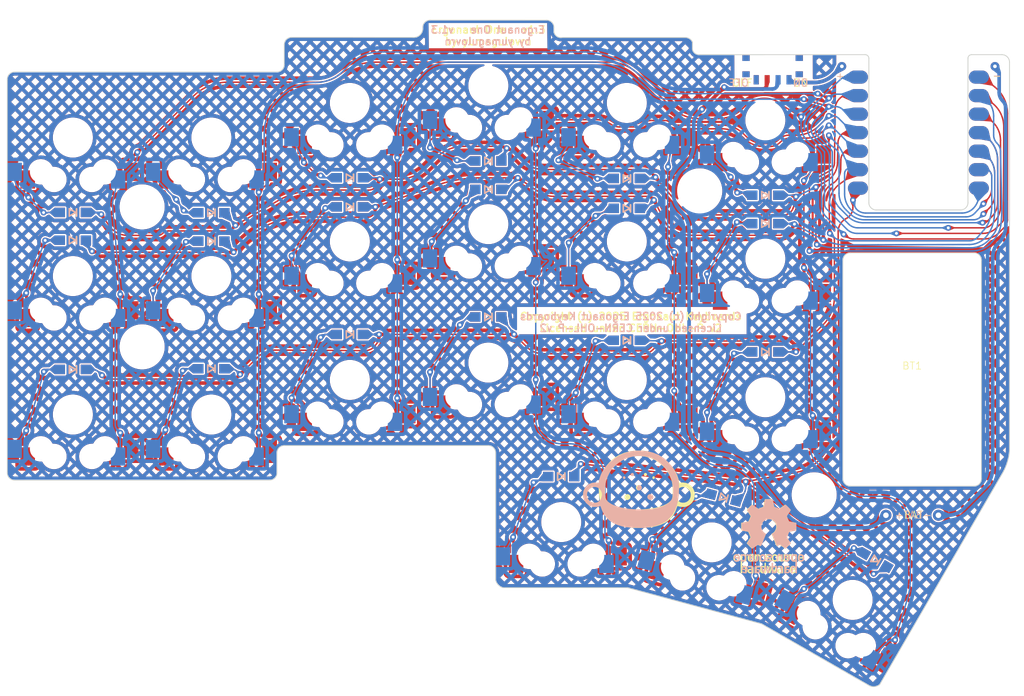
<source format=kicad_pcb>
(kicad_pcb (version 20241229) (generator "pcbnew") (generator_version "9.0")
  (layers (0 "F.Cu" signal) (2 "B.Cu" signal) (13 "F.Paste" user) (15 "B.Paste" user) (5 "F.SilkS" user "F.Silkscreen") (7 "B.SilkS" user "B.Silkscreen") (1 "F.Mask" user) (3 "B.Mask" user) (25 "Edge.Cuts" user))
  (net 0 "")
  (net 1 "R0")
  (net 2 "Net-(D1-A)")
  (net 3 "Net-(D2-A)")
  (net 4 "Net-(D3-A)")
  (net 5 "Net-(D4-A)")
  (net 6 "Net-(D5-A)")
  (net 7 "Net-(D6-A)")
  (net 8 "R1")
  (net 9 "Net-(D7-A)")
  (net 10 "Net-(D8-A)")
  (net 11 "Net-(D9-A)")
  (net 12 "Net-(D10-A)")
  (net 13 "Net-(D11-A)")
  (net 14 "Net-(D12-A)")
  (net 15 "R2")
  (net 16 "Net-(D13-A)")
  (net 17 "Net-(D14-A)")
  (net 18 "Net-(D15-A)")
  (net 19 "Net-(D16-A)")
  (net 20 "Net-(D17-A)")
  (net 21 "Net-(D18-A)")
  (net 22 "R3")
  (net 23 "Net-(D19-A)")
  (net 24 "Net-(D20-A)")
  (net 25 "Net-(D21-A)")
  (net 26 "C0")
  (net 27 "C1")
  (net 28 "C2")
  (net 29 "C3")
  (net 30 "C4")
  (net 31 "C5")
  (net 32 "GND")
  (net 35 "Net-(BT1--)")
  (net 36 "Net-(BT1-+)")
  (net 37 "Net-(PWR1-A)")
  (footprint "Two:KS-27_KS-33_Hotswap_1U_DUAL" (layer "F.Cu") (at 191.477264 130.419173 -30)
    (property "Reference" "SW21")
    (property "Value" "SW_SPST" (hide yes))
  )
  (footprint "Two:KS-27_KS-33_Hotswap_1U_DUAL" (layer "F.Cu") (at 122.5 81.24097)
    (property "Reference" "SW9")
    (property "Value" "SW_SPST" (hide yes))
  )
  (footprint "Two:Hole_5.7mm" (layer "F.Cu") (at 94 95.7)
    (property "Reference" "H2" (hide yes))
    (property "Value" "MountingHole" (hide yes))
  )
  (footprint "Two:Hole_5.7mm" (layer "F.Cu") (at 94 76.5)
    (property "Reference" "H1" (hide yes))
    (property "Value" "MountingHole" (hide yes))
  )
  (footprint "Two:KS-27_KS-33_Hotswap_1U_DUAL" (layer "F.Cu") (at 172.135076 122.523186 -15)
    (property "Reference" "SW20")
    (property "Value" "SW_SPST" (hide yes))
  )
  (footprint "Two:KS-27_KS-33_Hotswap_1U_DUAL" (layer "F.Cu") (at 103.5 66.99097)
    (property "Reference" "SW2")
    (property "Value" "SW_SPST" (hide yes))
  )
  (footprint "Two:Hole_5.7mm" (layer "F.Cu") (at 186.2 116)
    (property "Reference" "H4" (hide yes))
    (property "Value" "MountingHole" (hide yes))
  )
  (footprint "Two:KS-27_KS-33_Hotswap_1U_DUAL" (layer "F.Cu") (at 84.5 85.99097)
    (property "Reference" "SW7")
    (property "Value" "SW_SPST" (hide yes))
  )
  (footprint "Two:KS-27_KS-33_Hotswap_1U_DUAL" (layer "F.Cu") (at 160.5 62.24097)
    (property "Reference" "SW5")
    (property "Value" "SW_SPST" (hide yes))
  )
  (footprint "Two:KS-27_KS-33_Hotswap_1U_DUAL" (layer "F.Cu") (at 122.5 100.24097)
    (property "Reference" "SW15")
    (property "Value" "SW_SPST" (hide yes))
  )
  (footprint "Two:KS-27_KS-33_Hotswap_1U_DUAL" (layer "F.Cu") (at 179.5 83.61597)
    (property "Reference" "SW12")
    (property "Value" "SW_SPST" (hide yes))
  )
  (footprint "Two:KS-27_KS-33_Hotswap_1U_DUAL" (layer "F.Cu") (at 179.5 64.61597)
    (property "Reference" "SW6")
    (property "Value" "SW_SPST" (hide yes))
  )
  (footprint "Two:KS-27_KS-33_Hotswap_1U_DUAL" (layer "F.Cu") (at 160.5 100.24097)
    (property "Reference" "SW17")
    (property "Value" "SW_SPST" (hide yes))
  )
  (footprint "Two:KS-27_KS-33_Hotswap_1U_DUAL" (layer "F.Cu") (at 160.5 81.24097)
    (property "Reference" "SW11")
    (property "Value" "SW_SPST" (hide yes))
  )
  (footprint "Two:OSHW-logo" (layer "F.Cu") (at 179.94 121.69097)
    (property "Reference" "G***" (hide yes))
    (property "Value" "LOGO" (hide yes))
  )
  (footprint "Two:lp601730" (layer "F.Cu") (at 199.644 98.806)
    (property "Reference" "BT1")
    (property "Value" "LP601730")
    (fp_line (start -9.5 15) (end -9.5 -15) (stroke (width 0.12)) (layer "Edge.Cuts"))
    (fp_line (start -8.5 -16) (end 8.5 -16) (stroke (width 0.12)) (layer "Edge.Cuts"))
    (fp_line (start 8.5 16) (end -8.5 16) (stroke (width 0.12)) (layer "Edge.Cuts"))
    (fp_line (start 9.5 -15) (end 9.5 15) (stroke (width 0.12)) (layer "Edge.Cuts"))
    (fp_arc (start -9.5 -15) (mid -9.207092 -15.707092) (end -8.5 -16) (stroke (width 0.12)) (layer "Edge.Cuts"))
    (fp_arc (start -8.5 16) (mid -9.2071 15.7071) (end -9.5 15) (stroke (width 0.12)) (layer "Edge.Cuts"))
    (fp_arc (start 8.5 -16) (mid 9.207107 -15.707107) (end 9.5 -15) (stroke (width 0.12)) (layer "Edge.Cuts"))
    (fp_arc (start 9.5 15) (mid 9.207121 15.707121) (end 8.5 16) (stroke (width 0.12)) (layer "Edge.Cuts"))
  )
  (footprint "Two:KS-27_KS-33_Hotswap_1U_DUAL" (layer "F.Cu") (at 122.5 62.24097)
    (property "Reference" "SW3")
    (property "Value" "SW_SPST" (hide yes))
  )
  (footprint "Two:KS-27_KS-33_Hotswap_1U_DUAL" (layer "F.Cu") (at 179.5 102.61597)
    (property "Reference" "SW18")
    (property "Value" "SW_SPST" (hide yes))
  )
  (footprint "Two:KS-27_KS-33_Hotswap_1U_DUAL" (layer "F.Cu") (at 103.5 85.99097)
    (property "Reference" "SW8")
    (property "Value" "SW_SPST" (hide yes))
  )
  (footprint "Two:en_logo" (layer "F.Cu") (at 162.153537 115)
    (property "Reference" "G***" (hide yes))
    (property "Value" "LOGO" (hide yes))
  )
  (footprint "Two:KS-27_KS-33_Hotswap_1U_DUAL" (layer "F.Cu") (at 141.5 59.86597)
    (property "Reference" "SW4")
    (property "Value" "SW_SPST" (hide yes))
  )
  (footprint "Two:KS-27_KS-33_Hotswap_1U_DUAL" (layer "F.Cu") (at 151.5 119.7407)
    (property "Reference" "SW19")
    (property "Value" "SW_SPST" (hide yes))
  )
  (footprint "Two:KS-27_KS-33_Hotswap_1U_DUAL" (layer "F.Cu") (at 84.5 66.99097)
    (property "Reference" "SW1")
    (property "Value" "SW_SPST" (hide yes))
  )
  (footprint "Two:KS-27_KS-33_Hotswap_1U_DUAL" (layer "F.Cu") (at 141.5 97.86597)
    (property "Reference" "SW16")
    (property "Value" "SW_SPST" (hide yes))
  )
  (footprint "Two:KS-27_KS-33_Hotswap_1U_DUAL" (layer "F.Cu") (at 103.5 104.99097)
    (property "Reference" "SW14")
    (property "Value" "SW_SPST" (hide yes))
  )
  (footprint "Two:Hole_5.7mm" (layer "F.Cu") (at 170.5 74.3)
    (property "Reference" "H3" (hide yes))
    (property "Value" "MountingHole" (hide yes))
  )
  (footprint "Two:KS-27_KS-33_Hotswap_1U_DUAL" (layer "F.Cu") (at 84.5 104.99097)
    (property "Reference" "SW13")
    (property "Value" "SW_SPST" (hide yes))
  )
  (footprint "Two:KS-27_KS-33_Hotswap_1U_DUAL" (layer "F.Cu") (at 141.5 78.86597)
    (property "Reference" "SW10")
    (property "Value" "SW_SPST" (hide yes))
  )
  (footprint "Two:Diode_TH_SMD_DUAL" (layer "B.Cu") (at 173.778827 116.387201 165)
    (property "Reference" "D20" (hide yes))
    (property "Value" "D_Small" (hide yes))
  )
  (footprint "Two:Diode_TH_SMD_DUAL" (layer "B.Cu") (at 179.5 96.4 180)
    (property "Reference" "D18" (hide yes))
    (property "Value" "D_Small" (hide yes))
  )
  (footprint "Two:Diode_TH_SMD_DUAL" (layer "B.Cu") (at 194.630386 124.957992 150)
    (property "Reference" "D21" (hide yes))
    (property "Value" "D_Small" (hide yes))
  )
  (footprint "Two:Diode_TH_SMD_DUAL" (layer "B.Cu") (at 151.5 113.5 180)
    (property "Reference" "D19" (hide yes))
    (property "Value" "D_Small" (hide yes))
  )
  (footprint "Two:Diode_TH_SMD_DUAL" (layer "B.Cu") (at 103.5 77.3 180)
    (property "Reference" "D2" (hide yes))
    (property "Value" "D_Small" (hide yes))
  )
  (footprint "Two:Diode_TH_SMD_DUAL" (layer "B.Cu") (at 103.5 81.197 180)
    (property "Reference" "D8" (hide yes))
    (property "Value" "D_Small" (hide yes))
  )
  (footprint "Two:Diode_TH_SMD_DUAL" (layer "B.Cu") (at 160.5 94.8 180)
    (property "Reference" "D17" (hide yes))
    (property "Value" "D_Small" (hide yes))
  )
  (footprint "Two:Diode_TH_SMD_DUAL" (layer "B.Cu") (at 179.5 74.9 180)
    (property "Reference" "D6" (hide yes))
    (property "Value" "D_Small" (hide yes))
  )
  (footprint "Two:Diode_TH_SMD_DUAL" (layer "B.Cu") (at 84.5 81.07 180)
    (property "Reference" "D7" (hide yes))
    (property "Value" "D_Small" (hide yes))
  )
  (footprint "Two:Diode_TH_SMD_DUAL" (layer "B.Cu") (at 179.5 78.8 180)
    (property "Reference" "D12" (hide yes))
    (property "Value" "D_Small" (hide yes))
  )
  (footprint "Two:Diode_TH_SMD_DUAL" (layer "B.Cu") (at 141.5 70.2 180)
    (property "Reference" "D4" (hide yes))
    (property "Value" "D_Small" (hide yes))
  )
  (footprint "Two:Diode_TH_SMD_DUAL" (layer "B.Cu") (at 141.5 74.1 180)
    (property "Reference" "D10" (hide yes))
    (property "Value" "D_Small" (hide yes))
  )
  (footprint "Two:XIAO_nRF52840_DUAL_WINDOW_NO_CAP" (layer "B.Cu") (at 200.5 55.616046 180)
    (property "Reference" "U1" (hide yes))
    (property "Value" "XIAO_nRF52840" (hide yes))
    (fp_line (start 6.8 -0.5) (end 6.8 -20.3) (stroke (width 0.12)) (layer "Edge.Cuts"))
    (fp_line (start 5.8 -21.3) (end -5.8 -21.3) (stroke (width 0.12)) (layer "Edge.Cuts"))
    (fp_line (start -6.8 -20.3) (end -6.8 -0.5) (stroke (width 0.12)) (layer "Edge.Cuts"))
    (fp_arc (start 7.3 0) (mid 6.946447 -0.146447) (end 6.8 -0.5) (stroke (width 0.12)) (layer "Edge.Cuts"))
    (fp_arc (start 5.8 -21.3) (mid 6.507107 -21.007107) (end 6.8 -20.3) (stroke (width 0.12)) (layer "Edge.Cuts"))
    (fp_arc (start -6.8 -0.5) (mid -6.946446 -0.146446) (end -7.3 0) (stroke (width 0.12)) (layer "Edge.Cuts"))
    (fp_arc (start -6.8 -20.3) (mid -6.507107 -21.007107) (end -5.8 -21.3) (stroke (width 0.12)) (layer "Edge.Cuts"))
  )
  (footprint "Two:Diode_TH_SMD_DUAL" (layer "B.Cu") (at 160.5 72.6 180)
    (property "Reference" "D5" (hide yes))
    (property "Value" "D_Small" (hide yes))
  )
  (footprint "Two:Diode_TH_SMD_DUAL" (layer "B.Cu") (at 122.5 72.5 180)
    (property "Reference" "D3" (hide yes))
    (property "Value" "D_Small" (hide yes))
  )
  (footprint "Two:Diode_TH_SMD_DUAL" (layer "B.Cu") (at 141.5 91.6 180)
    (property "Reference" "D16" (hide yes))
    (property "Value" "D_Small" (hide yes))
  )
  (footprint "Two:Diode_TH_SMD_DUAL" (layer "B.Cu") (at 84.5 98.8 180)
    (property "Reference" "D13" (hide yes))
    (property "Value" "D_Small" (hide yes))
  )
  (footprint "Two:OSHW-logo" (layer "B.Cu") (at 180.01 121.69097 180)
    (property "Reference" "G***" (hide yes))
    (property "Value" "LOGO" (hide yes))
  )
  (footprint "Two:Diode_TH_SMD_DUAL" (layer "B.Cu") (at 160.5 76.7 180)
    (property "Reference" "D11" (hide yes))
    (property "Value" "D_Small" (hide yes))
  )
  (footprint "Two:MSK-12C02_DUAL" (layer "B.Cu") (at 180.5 55.92097 180)
    (property "Reference" "PWR1" (hide yes))
    (property "Value" "SW_SPDT")
  )
  (footprint "Two:Diode_TH_SMD_DUAL" (layer "B.Cu") (at 122.5 76.5 180)
    (property "Reference" "D9" (hide yes))
    (property "Value" "D_Small" (hide yes))
  )
  (footprint "Two:Diode_TH_SMD_DUAL" (layer "B.Cu") (at 84.5 77.26 180)
    (property "Reference" "D1" (hide yes))
    (property "Value" "D_Small" (hide yes))
  )
  (footprint "Two:Diode_TH_SMD_DUAL" (layer "B.Cu") (at 122.5 94 180)
    (property "Reference" "D15" (hide yes))
    (property "Value" "D_Small" (hide yes))
  )
  (footprint "Two:Diode_TH_SMD_DUAL" (layer "B.Cu") (at 103.5 98.7 180)
    (property "Reference" "D14" (hide yes))
    (property "Value" "D_Small" (hide yes))
  )
  (gr_line (start 211.963 55.616046) (end 207.8 55.616046) (stroke (width 0.12)) (layer "Edge.Cuts"))
  (gr_arc (start 113.5 54.240978) (mid 113.792901 53.533885) (end 114.5 53.240978) (stroke (width 0.12)) (layer "Edge.Cuts"))
  (gr_arc (start 211.963012 55.615978) (mid 212.68331 55.90671) (end 213 56.615978) (stroke (width 0.12)) (layer "Edge.Cuts"))
  (gr_arc (start 112.5 112.983849) (mid 112.207125 113.690989) (end 111.5 113.983849) (stroke (width 0.12)) (layer "Edge.Cuts"))
  (gr_line (start 111.5 113.983849) (end 76.5 113.990978) (stroke (width 0.12)) (layer "Edge.Cuts"))
  (gr_arc (start 170.508049 55.618933) (mid 169.865979 55.453027) (end 169.5 54.9) (stroke (width 0.12)) (layer "Edge.Cuts"))
  (gr_line (start 178.98 133.70097) (end 160.6 128.74097) (stroke (width 0.12)) (layer "Edge.Cuts"))
  (gr_arc (start 141.5 109.240986) (mid 142.207112 109.533878) (end 142.5 110.240986) (stroke (width 0.12)) (layer "Edge.Cuts"))
  (gr_arc (start 132.5 51.911251) (mid 132.781887 51.183752) (end 133.5 50.87879) (stroke (width 0.12)) (layer "Edge.Cuts"))
  (gr_line (start 213 56.615978) (end 213 109.982) (stroke (width 0.12)) (layer "Edge.Cuts"))
  (gr_line (start 151.6485 53.258887) (end 168.5 53.258887) (stroke (width 0.12)) (layer "Edge.Cuts"))
  (gr_arc (start 195.2 142.016509) (mid 194.526548 142.310811) (end 193.8 142.2) (stroke (width 0.12)) (layer "Edge.Cuts"))
  (gr_line (start 142.5 127.7) (end 142.5 110.240986) (stroke (width 0.12)) (layer "Edge.Cuts"))
  (gr_line (start 193.8 142.2) (end 178.98 133.70097) (stroke (width 0.12)) (layer "Edge.Cuts"))
  (gr_arc (start 168.5 53.258887) (mid 169.100001 53.423467) (end 169.5 53.9) (stroke (width 0.12)) (layer "Edge.Cuts"))
  (gr_line (start 114.5 53.240978) (end 131.1635 53.247478) (stroke (width 0.12)) (layer "Edge.Cuts"))
  (gr_line (start 170.508049 55.618934) (end 193.2 55.616046) (stroke (width 0.12)) (layer "Edge.Cuts"))
  (gr_arc (start 75.5 58.990978) (mid 75.792901 58.283885) (end 76.5 57.990978) (stroke (width 0.12)) (layer "Edge.Cuts"))
  (gr_line (start 211.963 113.157) (end 195.2 142.016509) (stroke (width 0.12)) (layer "Edge.Cuts"))
  (gr_arc (start 112.5 110.240903) (mid 112.792921 109.533824) (end 113.5 109.240903) (stroke (width 0.12)) (layer "Edge.Cuts"))
  (gr_arc (start 151.6485 53.258887) (mid 150.919559 53.123222) (end 150.5 52.511875) (stroke (width 0.12)) (layer "Edge.Cuts"))
  (gr_line (start 75.5 112.990978) (end 75.5 58.990978) (stroke (width 0.12)) (layer "Edge.Cuts"))
  (gr_arc (start 143.5 128.740708) (mid 142.860575 128.354326) (end 142.5 127.7) (stroke (width 0.12)) (layer "Edge.Cuts"))
  (gr_line (start 133.5 50.87879) (end 149.5 50.88169) (stroke (width 0.12)) (layer "Edge.Cuts"))
  (gr_arc (start 113.5 56.990948) (mid 113.207119 57.698053) (end 112.5 57.990978) (stroke (width 0.12)) (layer "Edge.Cuts"))
  (gr_line (start 169.5 54.9) (end 169.5 53.9) (stroke (width 0.12)) (layer "Edge.Cuts"))
  (gr_line (start 112.5 112.983849) (end 112.5 110.240903) (stroke (width 0.12)) (layer "Edge.Cuts"))
  (gr_arc (start 149.5 50.88169) (mid 150.207465 51.175406) (end 150.5 51.883355) (stroke (width 0.12)) (layer "Edge.Cuts"))
  (gr_arc (start 76.5 113.990978) (mid 75.792901 113.698083) (end 75.5 112.990978) (stroke (width 0.12)) (layer "Edge.Cuts"))
  (gr_line (start 76.5 57.990978) (end 112.5 57.990978) (stroke (width 0.12)) (layer "Edge.Cuts"))
  (gr_line (start 160.6 128.74097) (end 143.5 128.740708) (stroke (width 0.12)) (layer "Edge.Cuts"))
  (gr_arc (start 132.5 51.911251) (mid 132.143157 52.890835) (end 131.1635 53.247477) (stroke (width 0.12)) (layer "Edge.Cuts"))
  (gr_line (start 150.5 51.883355) (end 150.5 52.511875) (stroke (width 0.12)) (layer "Edge.Cuts"))
  (gr_line (start 141.5 109.240986) (end 113.5 109.240986) (stroke (width 0.12)) (layer "Edge.Cuts"))
  (gr_line (start 113.5 56.990948) (end 113.5 54.240978) (stroke (width 0.12)) (layer "Edge.Cuts"))
  (gr_arc (start 213 109.982) (mid 212.665892 111.629725) (end 211.963 113.157) (stroke (width 0.12)) (layer "Edge.Cuts"))
  (gr_text "Ergonaut One   v1.3\nby yumagulovrn" (at 141.5 53 0) (layer "F.SilkS") (effects (font (size 1 1) (thickness 0.2) (bold yes))))
  (gr_text "Copyright (c) 2025 Ergonaut Keyboards\nLicensed under CERN-OHL-P v2" (at 161.036 92.329 0) (layer "F.SilkS") (effects (font (size 1 1) (thickness 0.2) (bold yes))))
  (gr_text "Ergonaut One   v1.3\nby yumagulovrn" (at 141.42 53 0) (layer "B.SilkS") (effects (font (size 1 1) (thickness 0.2) (bold yes)) (justify mirror)))
  (gr_text "Copyright (c) 2025 Ergonaut Keyboards\nLicensed under CERN-OHL-P v2" (at 161.036 92.329 0) (layer "B.SilkS") (effects (font (size 1 1) (thickness 0.2) (bold yes)) (justify mirror)))
  (segment (start 126.249983 73.450036) (end 126.6 72.7) (width 0.2) (layer "F.Cu") (net 1))
  (segment (start 88.392 77.514) (end 88.265 77.387) (width 0.2) (layer "F.Cu") (net 1))
  (segment (start 183.7 75.1) (end 183.65 75.1) (width 0.2) (layer "F.Cu") (net 1))
  (segment (start 134.326184 69.762816) (end 132.948317 71.140683) (width 0.2) (layer "F.Cu") (net 1))
  (segment (start 146.025154 70.079154) (end 144.145 68.199) (width 0.2) (layer "F.Cu") (net 1))
  (segment (start 162.577797 71.374) (end 149.15119 71.374) (width 0.2) (layer "F.Cu") (net 1))
  (segment (start 143.764 69.088) (end 144.018 68.453) (width 0.2) (layer "F.Cu") (net 1))
  (segment (start 106.807 79.038) (end 105.2875 77.3) (width 0.2) (layer "F.Cu") (net 1))
  (segment (start 126.6 72.7) (end 126.258578 72.5) (width 0.2) (layer "F.Cu") (net 1))
  (segment (start 106.807 79.038) (end 112.574286 75.687167) (width 0.2) (layer "F.Cu") (net 1))
  (segment (start 183.338613 76.580908) (end 183.289946 76.71301) (width 0.2) (layer "F.Cu") (net 1))
  (segment (start 118.212989 74.177791) (end 125.072352 74.2) (width 0.2) (layer "F.Cu") (net 1))
  (segment (start 106.426 79.419) (end 106.807 79.038) (width 0.2) (layer "F.Cu") (net 1))
  (segment (start 183.742731 75.174038) (end 183.752693 75.184) (width 0.2) (layer "F.Cu") (net 1))
  (segment (start 164.5 72.5) (end 163.937 71.937) (width 0.2) (layer "F.Cu") (net 1))
  (segment (start 186.563 81.661) (end 186.4995 81.28) (width 0.2) (layer "F.Cu") (net 1))
  (segment (start 87.958394 77.26) (end 86.2875 77.26) (width 0.2) (layer "F.Cu") (net 1))
  (segment (start 183.5 75) (end 183.564644 75.064644) (width 0.2) (layer "F.Cu") (net 1))
  (segment (start 129.183793 72.7) (end 126.6 72.7) (width 0.2) (layer "F.Cu") (net 1))
  (segment (start 187.8965 72.9615) (end 186.436 73.787) (width 0.2) (layer "F.Cu") (net 1))
  (segment (start 168.049526 76.695967) (end 167.911191 76.547983) (width 0.2) (layer "F.Cu") (net 1))
  (segment (start 183.682714 75.246917) (end 183.420885 76.312095) (width 0.2) (layer "F.Cu") (net 1))
  (segment (start 182.017902 77.6) (end 170.132129 77.6) (width 0.2) (layer "F.Cu") (net 1))
  (segment (start 183.258578 74.9) (end 181.2875 74.9) (width 0.2) (layer "F.Cu") (net 1))
  (segment (start 183.7 75.1) (end 183.7 75.15) (width 0.2) (layer "F.Cu") (net 1))
  (segment (start 164.255 72.6) (end 164.4275 72.4275) (width 0.2) (layer "F.Cu") (net 1))
  (segment (start 186.436 73.787) (end 186.436 80.512744) (width 0.2) (layer "F.Cu") (net 1))
  (segment (start 126.6 72.7) (end 124.2875 72.5) (width 0.2) (layer "F.Cu") (net 1))
  (segment (start 88.392 77.514) (end 89.48081 79.093699) (width 0.2) (layer "F.Cu") (net 1))
  (segment (start 189.398326 70.458858) (end 189.465 67.753082) (width 0.2) (layer "F.Cu") (net 1))
  (segment (start 91.950531 80.403171) (end 96.070987 80.435) (width 0.2) (layer "F.Cu") (net 1))
  (segment (start 167.642637 76.244827) (end 164.5 72.5) (width 0.2) (layer "F.Cu") (net 1))
  (segment (start 144.145 68.199) (end 138.101569 68.199) (width 0.2) (layer "F.Cu") (net 1))
  (segment (start 97.604012 79.8) (end 105.506184 79.8) (width 0.2) (layer "F.Cu") (net 1))
  (segment (start 143.2875 70.2) (end 143.764 69.088) (width 0.2) (layer "F.Cu") (net 1))
  (segment (start 162.2875 72.6) (end 164.255 72.6) (width 0.2) (layer "F.Cu") (net 1))
  (via (at 183.7 75.1) (size 0.8) (drill 0.4) (layers "F.Cu" "B.Cu") (net 1))
  (via (at 126.6 72.7) (size 0.8) (drill 0.4) (layers "F.Cu" "B.Cu") (net 1))
  (via (at 144.018 68.453) (size 0.8) (drill 0.4) (layers "F.Cu" "B.Cu") (net 1))
  (via (at 106.807 79.038) (size 0.8) (drill 0.4) (layers "F.Cu" "B.Cu") (net 1))
  (via (at 88.392 77.514) (size 0.8) (drill 0.4) (layers "F.Cu" "B.Cu") (net 1))
  (via (at 186.436 73.787) (size 0.8) (drill 0.4) (layers "F.Cu" "B.Cu") (net 1))
  (via (at 164.4275 72.4275) (size 0.8) (drill 0.4) (layers "F.Cu" "B.Cu") (net 1))
  (via (at 186.563 81.661) (size 0.8) (drill 0.4) (layers "F.Cu" "B.Cu") (net 1))
  (arc (start 163.937 71.937) (mid 163.313392 71.520318) (end 162.577797 71.374) (width 0.2) (layer "F.Cu") (net 1))
  (arc (start 183.420885 76.312095) (mid 183.383512 76.447653) (end 183.338613 76.580908) (width 0.2) (layer "F.Cu") (net 1))
  (arc (start 134.326184 69.762816) (mid 136.058345 68.605423) (end 138.101569 68.199) (width 0.2) (layer "F.Cu") (net 1))
  (arc (start 132.948317 71.140683) (mid 131.221139 72.294747) (end 129.183793 72.7) (width 0.2) (layer "F.Cu") (net 1))
  (arc (start 187.8965 72.9615) (mid 188.977515 71.908272) (end 189.398326 70.458858) (width 0.2) (layer "F.Cu") (net 1))
  (arc (start 183.65 75.1) (mid 183.603805 75.090811) (end 183.564644 75.064644) (width 0.2) (layer "F.Cu") (net 1))
  (arc (start 183.742731 75.174038) (mid 183.714336 75.174514) (end 183.7 75.15) (width 0.2) (layer "F.Cu") (net 1))
  (arc (start 96.8375 80.1175) (mid 97.189178 79.882515) (end 97.604012 79.8) (width 0.2) (layer "F.Cu") (net 1))
  (arc (start 170.132129 77.6) (mid 168.996951 77.364244) (end 168.049526 76.695967) (width 0.2) (layer "F.Cu") (net 1))
  (arc (start 96.070987 80.435) (mid 96.48582 80.352484) (end 96.8375 80.1175) (width 0.2) (layer "F.Cu") (net 1))
  (arc (start 105.506184 79.8) (mid 106.003984 79.700981) (end 106.426 79.419) (width 0.2) (layer "F.Cu") (net 1))
  (arc (start 125.072352 74.2) (mid 125.770435 73.996602) (end 126.249983 73.450036) (width 0.2) (layer "F.Cu") (net 1))
  (arc (start 183.682714 75.246917) (mid 183.695644 75.199223) (end 183.7 75.15) (width 0.2) (layer "F.Cu") (net 1))
  (arc (start 186.436 80.512744) (mid 186.451902 80.897683) (end 186.4995 81.28) (width 0.2) (layer "F.Cu") (net 1))
  (arc (start 183.5 75) (mid 183.389234 74.925989) (end 183.258578 74.9) (width 0.2) (layer "F.Cu") (net 1))
  (arc (start 189.944477 66.595523) (mid 189.589612 67.126615) (end 189.465 67.753082) (width 0.2) (layer "F.Cu") (net 1))
  (arc (start 87.958394 77.26) (mid 88.124328 77.293006) (end 88.265 77.387) (width 0.2) (layer "F.Cu") (net 1))
  (arc (start 167.911191 76.547983) (mid 167.774885 76.398202) (end 167.642637 76.244827) (width 0.2) (layer "F.Cu") (net 1))
  (arc (start 146.025154 70.079154) (mid 147.459392 71.037481) (end 149.15119 71.374) (width 0.2) (layer "F.Cu") (net 1))
  (arc (start 183.289946 76.71301) (mid 182.79328 77.356358) (end 182.017902 77.6) (width 0.2) (layer "F.Cu") (net 1))
  (arc (start 183.682714 75.246917) (mid 183.706544 75.205389) (end 183.742731 75.174038) (width 0.2) (layer "F.Cu") (net 1))
  (arc (start 89.48081 79.093699) (mid 90.555516 80.050494) (end 91.950531 80.403171) (width 0.2) (layer "F.Cu") (net 1))
  (arc (start 191.102036 66.116046) (mid 190.475569 66.240658) (end 189.944477 66.595523) (width 0.2) (layer "F.Cu") (net 1))
  (arc (start 126.258578 72.5) (mid 126.389234 72.525989) (end 126.5 72.6) (width 0.2) (layer "F.Cu") (net 1))
  (arc (start 112.574286 75.687167) (mid 115.293134 74.557018) (end 118.212989 74.177791) (width 0.2) (layer "F.Cu") (net 1))
  (segment (start 189.173556 82.112) (end 207.691762 82.112) (width 0.2) (layer "B.Cu") (net 1))
  (segment (start 106.807 79.038) (end 105.2875 77.3) (width 0.2) (layer "B.Cu") (net 1))
  (segment (start 126.5 72.6) (end 126.6 72.7) (width 0.2) (layer "B.Cu") (net 1))
  (segment (start 210.21798 67.264066) (end 209.06996 66.116046) (width 0.2) (layer "B.Cu") (net 1))
  (segment (start 210.723421 80.367764) (end 210.311999 80.870499) (width 0.2) (layer "B.Cu") (net 1))
  (segment (start 183.7 75.1) (end 186.436 73.787) (width 0.2) (layer "B.Cu") (net 1))
  (segment (start 162.2875 72.6) (end 164.255 72.6) (width 0.2) (layer "B.Cu") (net 1))
  (segment (start 186.563 81.661) (end 187.4235 81.8865) (width 0.2) (layer "B.Cu") (net 1))
  (segment (start 211.44395 76.769449) (end 211.366 70.035631) (width 0.2) (layer "B.Cu") (net 1))
  (segment (start 87.958394 77.26) (end 86.2875 77.26) (width 0.2) (layer "B.Cu") (net 1))
  (segment (start 126.258578 72.5) (end 124.2875 72.5) (width 0.2) (layer "B.Cu") (net 1))
  (segment (start 143.2875 70.2) (end 144.018 68.453) (width 0.2) (layer "B.Cu") (net 1))
  (segment (start 88.392 77.514) (end 88.265 77.387) (width 0.2) (layer "B.Cu") (net 1))
  (segment (start 183.358578 74.9) (end 181.2875 74.9) (width 0.2) (layer "B.Cu") (net 1))
  (segment (start 164.255 72.6) (end 164.4275 72.4275) (width 0.2) (layer "B.Cu") (net 1))
  (arc (start 210.21798 67.264066) (mid 211.067639 68.53567) (end 211.366 70.035631) (width 0.2) (layer "B.Cu") (net 1))
  (arc (start 211.44395 76.769449) (mid 211.436355 77.723487) (end 211.3915 78.6765) (width 0.2) (layer "B.Cu") (net 1))
  (arc (start 87.958394 77.26) (mid 88.124328 77.293006) (end 88.265 77.387) (width 0.2) (layer "B.Cu") (net 1))
  (arc (start 126.5 72.6) (mid 126.389234 72.525989) (end 126.258578 72.5) (width 0.2) (layer "B.Cu") (net 1))
  (arc (start 189.173556 82.112) (mid 188.291293 82.055392) (end 187.4235 81.8865) (width 0.2) (layer "B.Cu") (net 1))
  (arc (start 207.691762 82.112) (mid 209.1415 81.785923) (end 210.311999 80.870499) (width 0.2) (layer "B.Cu") (net 1))
  (arc (start 210.723421 80.367764) (mid 211.189435 79.574264) (end 211.3915 78.6765) (width 0.2) (layer "B.Cu") (net 1))
  (segment (start 78.4 75.2) (end 78.35 75.15) (width 0.2) (layer "F.Cu") (net 2))
  (segment (start 81.115802 77.26) (end 82.7125 77.26) (width 0.2) (layer "F.Cu") (net 2))
  (segment (start 78.3 75.029289) (end 78.3 72.75347) (width 0.2) (layer "F.Cu") (net 2))
  (segment (start 80.476691 77.276691) (end 80.9625 77.3235) (width 0.2) (layer "F.Cu") (net 2))
  (segment (start 78.4 75.2) (end 78.4 75.012249) (width 0.2) (layer "F.Cu") (net 2))
  (segment (start 78.3 75.029289) (end 78.3 72.74097) (width 0.2) (layer "F.Cu") (net 2))
  (via (at 80.476691 77.276691) (size 0.8) (drill 0.4) (layers "F.Cu" "B.Cu") (net 2))
  (via (at 78.4 75.2) (size 0.8) (drill 0.4) (layers "F.Cu" "B.Cu") (net 2))
  (arc (start 81.115802 77.26) (mid 81.032835 77.276503) (end 80.9625 77.3235) (width 0.2) (layer "F.Cu") (net 2))
  (arc (start 78.3 75.029289) (mid 78.312994 75.094617) (end 78.35 75.15) (width 0.2) (layer "F.Cu") (net 2))
  (arc (start 78.3 75.029289) (mid 78.312994 75.094617) (end 78.35 75.15) (width 0.2) (layer "F.Cu") (net 2))
  (segment (start 78.4 75.2) (end 80.476691 77.276691) (width 0.2) (layer "B.Cu") (net 2))
  (segment (start 78.4 75.2) (end 77.068878 73.868878) (width 0.2) (layer "B.Cu") (net 2))
  (segment (start 80.476691 77.276691) (end 80.9625 77.3235) (width 0.2) (layer "B.Cu") (net 2))
  (segment (start 81.115802 77.26) (end 82.7125 77.26) (width 0.2) (layer "B.Cu") (net 2))
  (arc (start 81.115802 77.26) (mid 81.032835 77.276503) (end 80.9625 77.3235) (width 0.2) (layer "B.Cu") (net 2))
  (arc (start 76.5 72.495485) (mid 76.647846 73.238759) (end 77.068878 73.868878) (width 0.2) (layer "B.Cu") (net 2))
  (segment (start 98.854553 75.684545) (end 99.7 77) (width 0.2) (layer "F.Cu") (net 3))
  (segment (start 99.7 77) (end 99.85 77.15) (width 0.2) (layer "F.Cu") (net 3))
  (segment (start 97.78155 74.58455) (end 98.679 75.482) (width 0.2) (layer "F.Cu") (net 3))
  (segment (start 98.679 75.482) (end 98.7425 75.5455) (width 0.2) (layer "F.Cu") (net 3))
  (segment (start 100.212132 77.3) (end 101.9125 77.3) (width 0.2) (layer "F.Cu") (net 3))
  (via (at 98.679 75.482) (size 0.8) (drill 0.4) (layers "F.Cu" "B.Cu") (net 3))
  (via (at 99.7 77) (size 0.8) (drill 0.4) (layers "F.Cu" "B.Cu") (net 3))
  (arc (start 98.854553 75.684545) (mid 98.802252 75.612019) (end 98.7425 75.5455) (width 0.2) (layer "F.Cu") (net 3))
  (arc (start 99.85 77.15) (mid 100.016147 77.261016) (end 100.212132 77.3) (width 0.2) (layer "F.Cu") (net 3))
  (arc (start 97.78155 74.58455) (mid 97.42515 74.05116) (end 97.3 73.421985) (width 0.2) (layer "F.Cu") (net 3))
  (segment (start 99.7 77) (end 99.85 77.15) (width 0.2) (layer "B.Cu") (net 3))
  (segment (start 98.854553 75.684545) (end 99.7 77) (width 0.2) (layer "B.Cu") (net 3))
  (segment (start 98.679 75.482) (end 95.716385 72.519385) (width 0.2) (layer "B.Cu") (net 3))
  (segment (start 100.212132 77.3) (end 101.9125 77.3) (width 0.2) (layer "B.Cu") (net 3))
  (segment (start 98.679 75.482) (end 98.7425 75.5455) (width 0.2) (layer "B.Cu") (net 3))
  (arc (start 98.854553 75.684545) (mid 98.802252 75.612019) (end 98.7425 75.5455) (width 0.2) (layer "B.Cu") (net 3))
  (arc (start 99.85 77.15) (mid 100.016147 77.261016) (end 100.212132 77.3) (width 0.2) (layer "B.Cu") (net 3))
  (segment (start 119.012132 72.5) (end 120.7125 72.5) (width 0.2) (layer "F.Cu") (net 4))
  (segment (start 117.823223 72.023223) (end 116.2 70.4) (width 0.2) (layer "F.Cu") (net 4))
  (segment (start 116.25 70.35) (end 116.2 70.4) (width 0.2) (layer "F.Cu") (net 4))
  (segment (start 116.3 70.229289) (end 116.3 67.99097) (width 0.2) (layer "F.Cu") (net 4))
  (segment (start 118.5 72.2) (end 118.25 72.2) (width 0.2) (layer "F.Cu") (net 4))
  (segment (start 118.5 72.2) (end 118.65 72.35) (width 0.2) (layer "F.Cu") (net 4))
  (via (at 116.2 70.4) (size 0.8) (drill 0.4) (layers "F.Cu" "B.Cu") (net 4))
  (via (at 118.5 72.2) (size 0.8) (drill 0.4) (layers "F.Cu" "B.Cu") (net 4))
  (arc (start 116.25 70.35) (mid 116.287005 70.294617) (end 116.3 70.229289) (width 0.2) (layer "F.Cu") (net 4))
  (arc (start 118.65 72.35) (mid 118.816147 72.461016) (end 119.012132 72.5) (width 0.2) (layer "F.Cu") (net 4))
  (arc (start 117.823223 72.023223) (mid 118.01903 72.154057) (end 118.25 72.2) (width 0.2) (layer "F.Cu") (net 4))
  (segment (start 119.012132 72.5) (end 120.7125 72.5) (width 0.2) (layer "B.Cu") (net 4))
  (segment (start 118.65 72.35) (end 118.5 72.2) (width 0.2) (layer "B.Cu") (net 4))
  (segment (start 116.2 70.4) (end 114.5 66.94097) (width 0.2) (layer "B.Cu") (net 4))
  (arc (start 118.65 72.35) (mid 118.816147 72.461016) (end 119.012132 72.5) (width 0.2) (layer "B.Cu") (net 4))
  (segment (start 133.5 67.41597) (end 133.5 68.36597) (width 0.2) (layer "F.Cu") (net 5))
  (segment (start 135.3 65.61597) (end 133.5 67.41597) (width 0.2) (layer "F.Cu") (net 5))
  (segment (start 139.7125 70.2) (end 137.3 70.2) (width 0.2) (layer "F.Cu") (net 5))
  (segment (start 137.3 70.2) (end 137.2 70.1) (width 0.2) (layer "F.Cu") (net 5))
  (via (at 133.5 68.36597) (size 0.8) (drill 0.4) (layers "F.Cu" "B.Cu") (net 5))
  (via (at 137.2 70.1) (size 0.8) (drill 0.4) (layers "F.Cu" "B.Cu") (net 5))
  (segment (start 137.3 70.2) (end 137.2 70.1) (width 0.2) (layer "B.Cu") (net 5))
  (segment (start 133.5 64.56597) (end 133.5 68.36597) (width 0.2) (layer "B.Cu") (net 5))
  (segment (start 135.89 69.469) (end 133.5 68.36597) (width 0.2) (layer "B.Cu") (net 5))
  (segment (start 137.2 70.1) (end 135.89 69.469) (width 0.2) (layer "B.Cu") (net 5))
  (segment (start 139.7125 70.2) (end 137.3 70.2) (width 0.2) (layer "B.Cu") (net 5))
  (segment (start 156.464 72.644) (end 156.635 72.6) (width 0.2) (layer "F.Cu") (net 6))
  (segment (start 151.1 70.1) (end 151.654515 69.545485) (width 0.2) (layer "F.Cu") (net 6))
  (segment (start 156.635 72.6) (end 158.7125 72.6) (width 0.2) (layer "F.Cu") (net 6))
  (segment (start 152.993232 68.99097) (end 154.3 68.99097) (width 0.2) (layer "F.Cu") (net 6))
  (via (at 151.1 70.1) (size 0.8) (drill 0.4) (layers "F.Cu" "B.Cu") (net 6))
  (via (at 156.464 72.644) (size 0.8) (drill 0.4) (layers "F.Cu" "B.Cu") (net 6))
  (arc (start 152.993232 68.99097) (mid 152.268723 69.135083) (end 151.654515 69.545485) (width 0.2) (layer "F.Cu") (net 6))
  (segment (start 151.1 70.1) (end 152.5 67.94097) (width 0.2) (layer "B.Cu") (net 6))
  (segment (start 151.1 70.1) (end 156.464 72.644) (width 0.2) (layer "B.Cu") (net 6))
  (segment (start 156.635 72.6) (end 158.7125 72.6) (width 0.2) (layer "B.Cu") (net 6))
  (segment (start 156.464 72.644) (end 156.635 72.6) (width 0.2) (layer "B.Cu") (net 6))
  (segment (start 175.641 74.549) (end 177.6635 74.549) (width 0.2) (layer "F.Cu") (net 7))
  (segment (start 175.4205 74.0245) (end 175.641 74.549) (width 0.2) (layer "F.Cu") (net 7))
  (segment (start 174.752 72.39) (end 173.3 70.938) (width 0.2) (layer "F.Cu") (net 7))
  (segment (start 174.752 72.39) (end 174.987053 72.972387) (width 0.2) (layer "F.Cu") (net 7))
  (via (at 174.752 72.39) (size 0.8) (drill 0.4) (layers "F.Cu" "B.Cu") (net 7))
  (via (at 175.641 74.549) (size 0.8) (drill 0.4) (layers "F.Cu" "B.Cu") (net 7))
  (arc (start 175.4205 74.0245) (mid 175.201888 73.499221) (end 174.987053 72.972387) (width 0.2) (layer "F.Cu") (net 7))
  (segment (start 175.641 74.549) (end 175.6655 74.5245) (width 0.2) (layer "B.Cu") (net 7))
  (segment (start 175.724648 74.5) (end 177.7125 74.5) (width 0.2) (layer "B.Cu") (net 7))
  (segment (start 174.752 72.39) (end 171.67797 69.31597) (width 0.2) (layer "B.Cu") (net 7))
  (arc (start 175.724648 74.5) (mid 175.692637 74.506367) (end 175.6655 74.5245) (width 0.2) (layer "B.Cu") (net 7))
  (segment (start 125.674499 77.603499) (end 125.724935 77.553064) (width 0.2) (layer "F.Cu") (net 8))
  (segment (start 116.341748 77.883503) (end 124.888673 77.929) (width 0.2) (layer "F.Cu") (net 8))
  (segment (start 164.211 75.565) (end 166.004515 78.995485) (width 0.2) (layer "F.Cu") (net 8))
  (segment (start 148.385363 74.412575) (end 145.542 72.517) (width 0.2) (layer "F.Cu") (net 8))
  (segment (start 87.338802 82.721) (end 106.553 82.721) (width 0.2) (layer "F.Cu") (net 8))
  (segment (start 163.076 76.7) (end 164.211 75.565) (width 0.2) (layer "F.Cu") (net 8))
  (segment (start 106.553 82.721) (end 105.2875 81.197) (width 0.2) (layer "F.Cu") (net 8))
  (segment (start 126 76.5) (end 124.2875 76.5) (width 0.2) (layer "F.Cu") (net 8))
  (segment (start 134.360757 73.549624) (end 126 76.5) (width 0.2) (layer "F.Cu") (net 8))
  (segment (start 189.837822 71.345515) (end 189.865 70.043845) (width 0.2) (layer "F.Cu") (net 8))
  (segment (start 162.2875 76.7) (end 163.076 76.7) (width 0.2) (layer "F.Cu") (net 8))
  (segment (start 190.931954 68.656046) (end 191.185954 68.656046) (width 0.2) (layer "F.Cu") (net 8))
  (segment (start 183.5 78.75) (end 183.49186 78.867) (width 0.2) (layer "F.Cu") (net 8))
  (segment (start 190.271477 69.062523) (end 190.498348 68.835651) (width 0.2) (layer "F.Cu") (net 8))
  (segment (start 187.452 81.026) (end 187.452 75.43511) (width 0.2) (layer "F.Cu") (net 8))
  (segment (start 87.122 82.594) (end 86.1155 81.5875) (width 0.2) (layer "F.Cu") (net 8))
  (segment (start 143.2875 74.1) (end 143.959 74.1) (width 0.2) (layer "F.Cu") (net 8))
  (segment (start 169.395129 80.4) (end 181.280761 80.4) (width 0.2) (layer "F.Cu") (net 8))
  (segment (start 143.959 74.1) (end 145.542 72.517) (width 0.2) (layer "F.Cu") (net 8))
  (segment (start 183.29593 78.8335) (end 183.49186 78.867) (width 0.2) (layer "F.Cu") (net 8))
  (segment (start 126 76.889) (end 126 76.5) (width 0.2) (layer "F.Cu") (net 8))
  (segment (start 87.122 82.594) (end 87.1855 82.6575) (width 0.2) (layer "F.Cu") (net 8))
  (segment (start 182.849999 79.749999) (end 183.252512 79.347487) (width 0.2) (layer "F.Cu") (net 8))
  (segment (start 182.901226 78.8) (end 181.2875 78.8) (width 0.2) (layer "F.Cu") (net 8))
  (segment (start 144.2085 73.8505) (end 143.2875 74.1) (width 0.2) (layer "F.Cu") (net 8))
  (segment (start 164.211 75.565) (end 163.703 75.057) (width 0.2) (layer "F.Cu") (net 8))
  (segment (start 145.542 72.517) (end 140.390098 72.517) (width 0.2) (layer "F.Cu") (net 8))
  (segment (start 163.703 75.057) (end 150.513755 75.057) (width 0.2) (layer "F.Cu") (net 8))
  (via (at 106.553 82.721) (size 0.8) (drill 0.4) (layers "F.Cu" "B.Cu") (net 8))
  (via (at 187.452 81.026) (size 0.8) (drill 0.4) (layers "F.Cu" "B.Cu") (net 8))
  (via (at 145.542 72.517) (size 0.8) (drill 0.4) (layers "F.Cu" "B.Cu") (net 8))
  (via (at 183.49186 78.867) (size 0.8) (drill 0.4) (layers "F.Cu" "B.Cu") (net 8))
  (via (at 87.122 82.594) (size 0.8) (drill 0.4) (layers "F.Cu" "B.Cu") (net 8))
  (via (at 126 76.5) (size 0.8) (drill 0.4) (layers "F.Cu" "B.Cu") (net 8))
  (via (at 164.211 75.565) (size 0.8) (drill 0.4) (layers "F.Cu" "B.Cu") (net 8))
  (arc (start 188.658499 73.342499) (mid 187.775228 74.227357) (end 187.452 75.43511) (width 0.2) (layer "F.Cu") (net 8))
  (arc (start 190.498348 68.835651) (mid 190.697288 68.702723) (end 190.931954 68.656046) (width 0.2) (layer "F.Cu") (net 8))
  (arc (start 189.865 70.043845) (mid 189.970639 69.512757) (end 190.271477 69.062523) (width 0.2) (layer "F.Cu") (net 8))
  (arc (start 87.1855 82.6575) (mid 87.255835 82.704496) (end 87.338802 82.721) (width 0.2) (layer "F.Cu") (net 8))
  (arc (start 124.888673 77.929) (mid 125.313959 77.844405) (end 125.674499 77.603499) (width 0.2) (layer "F.Cu") (net 8))
  (arc (start 140.390098 72.517) (mid 137.331534 72.777022) (end 134.360757 73.549624) (width 0.2) (layer "F.Cu") (net 8))
  (arc (start 183.252512 79.347487) (mid 183.435679 79.073357) (end 183.5 78.75) (width 0.2) (layer "F.Cu") (net 8))
  (arc (start 150.513755 75.057) (mid 149.401849 74.892362) (end 148.385363 74.412575) (width 0.2) (layer "F.Cu") (net 8))
  (arc (start 181.280761 80.4) (mid 182.130026 80.23107) (end 182.849999 79.749999) (width 0.2) (layer "F.Cu") (net 8))
  (arc (start 182.901226 78.8) (mid 183.099287 78.80839) (end 183.29593 78.8335) (width 0.2) (layer "F.Cu") (net 8))
  (arc (start 166.004515 78.995485) (mid 167.560213 80.035013) (end 169.395129 80.4) (width 0.2) (layer "F.Cu") (net 8))
  (arc (start 125.724935 77.553064) (mid 125.928512 77.248388) (end 126 76.889) (width 0.2) (layer "F.Cu") (net 8))
  (arc (start 106.553 82.721) (mid 110.875544 79.145127) (end 116.341748 77.883503) (width 0.2) (layer "F.Cu") (net 8))
  (arc (start 188.658499 73.342499) (mid 189.509815 72.498516) (end 189.837822 71.345515) (width 0.2) (layer "F.Cu") (net 8))
  (segment (start 106.553 82.721) (end 105.2875 81.197) (width 0.2) (layer "B.Cu") (net 8))
  (segment (start 143.959 74.1) (end 145.542 72.517) (width 0.2) (layer "B.Cu") (net 8))
  (segment (start 187.452 81.026) (end 188.43 81.369) (width 0.2) (layer "B.Cu") (net 8))
  (segment (start 126 76.5) (end 124.2875 76.5) (width 0.2) (layer "B.Cu") (net 8))
  (segment (start 143.2875 74.1) (end 143.959 74.1) (width 0.2) (layer "B.Cu") (net 8))
  (segment (start 182.901226 78.8) (end 181.2875 78.8) (width 0.2) (layer "B.Cu") (net 8))
  (segment (start 183.29593 78.8335) (end 183.49186 78.867) (width 0.2) (layer "B.Cu") (net 8))
  (segment (start 210.966 71.892788) (end 210.966 77.451) (width 0.2) (layer "B.Cu") (net 8))
  (segment (start 163.076 76.7) (end 164.211 75.565) (width 0.2) (layer "B.Cu") (net 8))
  (segment (start 191.257958 81.712) (end 190.444403 81.712) (width 0.2) (layer "B.Cu") (net 8))
  (segment (start 87.122 82.594) (end 86.1155 81.5875) (width 0.2) (layer "B.Cu") (net 8))
  (segment (start 162.2875 76.7) (end 163.076 76.7) (width 0.2) (layer "B.Cu") (net 8))
  (segment (start 187.452 81.026) (end 183.49186 78.867) (width 0.2) (layer "B.Cu") (net 8))
  (segment (start 194.957864 81.706031) (end 207.479447 81.665631) (width 0.2) (layer "B.Cu") (net 8))
  (segment (start 210.890966 78.02103) (end 210.947 77.47) (width 0.2) (layer "B.Cu") (net 8))
  (segment (start 210.01798 69.604066) (end 209.06996 68.656046) (width 0.2) (layer "B.Cu") (net 8))
  (arc (start 210.966 71.892788) (mid 210.719617 70.65414) (end 210.01798 69.604066) (width 0.2) (layer "B.Cu") (net 8))
  (arc (start 188.43 81.369) (mid 189.422705 81.625637) (end 190.444403 81.712) (width 0.2) (layer "B.Cu") (net 8))
  (arc (start 209.830365 80.555134) (mid 210.548939 79.366903) (end 210.890966 78.02103) (width 0.2) (layer "B.Cu") (net 8))
  (arc (start 191.257958 81.712) (mid 193.107913 81.710507) (end 194.957864 81.706031) (width 0.2) (layer "B.Cu") (net 8))
  (arc (start 207.479447 81.665631) (mid 208.778508 81.372048) (end 209.830365 80.555134) (width 0.2) (layer "B.Cu") (net 8))
  (arc (start 182.901226 78.8) (mid 183.099287 78.80839) (end 183.29593 78.8335) (width 0.2) (layer "B.Cu") (net 8))
  (segment (start 82.7125 81.07) (end 80.73 81.07) (width 0.2) (layer "F.Cu") (net 9))
  (segment (start 78.105 88.309) (end 78.105 91.408084) (width 0.2) (layer "F.Cu") (net 9))
  (segment (start 80.73 81.07) (end 80.7 81.1) (width 0.2) (layer "F.Cu") (net 9))
  (via (at 78.105 88.309) (size 0.8) (drill 0.4) (layers "F.Cu" "B.Cu") (net 9))
  (via (at 80.7 81.1) (size 0.8) (drill 0.4) (layers "F.Cu" "B.Cu") (net 9))
  (segment (start 82.7125 81.07) (end 80.73 81.07) (width 0.2) (layer "B.Cu") (net 9))
  (segment (start 80.73 81.07) (end 80.7 81.1) (width 0.2) (layer "B.Cu") (net 9))
  (segment (start 78.988591 85.658225) (end 78.105 88.309) (width 0.2) (layer "B.Cu") (net 9))
  (segment (start 80.7 81.1) (end 80.101 82.609) (width 0.2) (layer "B.Cu") (net 9))
  (segment (start 78.105 88.309) (end 76.7747 89.639299) (width 0.2) (layer "B.Cu") (net 9))
  (arc (start 80.101 82.609) (mid 79.523401 84.125807) (end 78.988591 85.658225) (width 0.2) (layer "B.Cu") (net 9))
  (segment (start 95.5 88.970485) (end 95.5 88) (width 0.2) (layer "F.Cu") (net 10))
  (segment (start 96.186236 90.627206) (end 97.3 91.74097) (width 0.2) (layer "F.Cu") (net 10))
  (segment (start 100 81.3) (end 101.7125 81.197) (width 0.2) (layer "F.Cu") (net 10))
  (segment (start 100.175831 81.197) (end 100 81.3) (width 0.2) (layer "F.Cu") (net 10))
  (segment (start 100 81.3) (end 100.0515 81.2485) (width 0.2) (layer "F.Cu") (net 10))
  (via (at 95.5 88) (size 0.8) (drill 0.4) (layers "F.Cu" "B.Cu") (net 10))
  (via (at 100 81.3) (size 0.8) (drill 0.4) (layers "F.Cu" "B.Cu") (net 10))
  (arc (start 95.5 88.970485) (mid 95.678346 89.867096) (end 96.186236 90.627206) (width 0.2) (layer "F.Cu") (net 10))
  (arc (start 100.0515 81.2485) (mid 100.108543 81.210384) (end 100.175831 81.197) (width 0.2) (layer "F.Cu") (net 10))
  (segment (start 96.137 87.0115) (end 95.5 88) (width 0.2) (layer "B.Cu") (net 10))
  (segment (start 100 81.3) (end 97.437276 85.051935) (width 0.2) (layer "B.Cu") (net 10))
  (segment (start 100.175831 81.197) (end 100 81.3) (width 0.2) (layer "B.Cu") (net 10))
  (segment (start 100 81.3) (end 101.8445 81.197) (width 0.2) (layer "B.Cu") (net 10))
  (segment (start 100 81.3) (end 100.0515 81.2485) (width 0.2) (layer "B.Cu") (net 10))
  (segment (start 95.5 88) (end 95.5 90.69097) (width 0.2) (layer "B.Cu") (net 10))
  (arc (start 100.0515 81.2485) (mid 100.108543 81.210384) (end 100.175831 81.197) (width 0.2) (layer "B.Cu") (net 10))
  (arc (start 96.137 87.0115) (mid 96.780569 86.027358) (end 97.437276 85.051935) (width 0.2) (layer "B.Cu") (net 10))
  (segment (start 119.397429 76.5) (end 120.7125 76.5) (width 0.2) (layer "F.Cu") (net 11))
  (segment (start 114.5 83.2) (end 116 86.478837) (width 0.2) (layer "F.Cu") (net 11))
  (segment (start 119.126 76.659) (end 119.2055 76.5795) (width 0.2) (layer "F.Cu") (net 11))
  (via (at 119.126 76.659) (size 0.8) (drill 0.4) (layers "F.Cu" "B.Cu") (net 11))
  (via (at 114.5 83.2) (size 0.8) (drill 0.4) (layers "F.Cu" "B.Cu") (net 11))
  (arc (start 119.2055 76.5795) (mid 119.293557 76.520661) (end 119.397429 76.5) (width 0.2) (layer "F.Cu") (net 11))
  (segment (start 114.5 83.2) (end 118.946739 76.986029) (width 0.2) (layer "B.Cu") (net 11))
  (segment (start 119.397429 76.5) (end 120.7125 76.5) (width 0.2) (layer "B.Cu") (net 11))
  (segment (start 119.2055 76.5795) (end 119.126 76.659) (width 0.2) (layer "B.Cu") (net 11))
  (segment (start 119.062499 76.849499) (end 119.081098 76.830901) (width 0.2) (layer "B.Cu") (net 11))
  (segment (start 114.5 83.2) (end 114.5 85.94097) (width 0.2) (layer "B.Cu") (net 11))
  (segment (start 119.126 76.659) (end 119.126 76.7225) (width 0.2) (layer "B.Cu") (net 11))
  (arc (start 118.946739 76.986029) (mid 119.001814 76.915386) (end 119.062499 76.849499) (width 0.2) (layer "B.Cu") (net 11))
  (arc (start 119.081098 76.830901) (mid 119.11433 76.781166) (end 119.126 76.7225) (width 0.2) (layer "B.Cu") (net 11))
  (arc (start 119.2055 76.5795) (mid 119.293557 76.520661) (end 119.397429 76.5) (width 0.2) (layer "B.Cu") (net 11))
  (segment (start 139.7125 74.355388) (end 138.402944 75.664944) (width 0.2) (layer "F.Cu") (net 12))
  (segment (start 133.731 83.04697) (end 133.731 81.248) (width 0.2) (layer "F.Cu") (net 12))
  (segment (start 135.3 84.61597) (end 133.731 83.04697) (width 0.2) (layer "F.Cu") (net 12))
  (via (at 138.402944 75.664944) (size 0.8) (drill 0.4) (layers "F.Cu" "B.Cu") (net 12))
  (via (at 133.731 81.248) (size 0.8) (drill 0.4) (layers "F.Cu" "B.Cu") (net 12))
  (segment (start 133.5 83.56597) (end 133.5 81.479) (width 0.2) (layer "B.Cu") (net 12))
  (segment (start 139.7125 74.1) (end 138.402944 75.664944) (width 0.2) (layer "B.Cu") (net 12))
  (segment (start 138.402944 75.664944) (end 133.731 81.248) (width 0.2) (layer "B.Cu") (net 12))
  (segment (start 133.5 81.479) (end 133.731 81.248) (width 0.2) (layer "B.Cu") (net 12))
  (segment (start 152.52545 85.21642) (end 152.52545 81.423) (width 0.2) (layer "F.Cu") (net 13))
  (segment (start 157.607 77.089) (end 156.21 77.724) (width 0.2) (layer "F.Cu") (net 13))
  (segment (start 158.7125 76.7) (end 157.607 77.089) (width 0.2) (layer "F.Cu") (net 13))
  (via (at 156.21 77.724) (size 0.8) (drill 0.4) (layers "F.Cu" "B.Cu") (net 13))
  (via (at 152.52545 81.423) (size 0.8) (drill 0.4) (layers "F.Cu" "B.Cu") (net 13))
  (arc (start 152.52545 84.961623) (mid 152.756045 86.120904) (end 153.412725 87.103695) (width 0.2) (layer "F.Cu") (net 13))
  (segment (start 152.5 85.94097) (end 152.5 81.44845) (width 0.2) (layer "B.Cu") (net 13))
  (segment (start 156.21 77.724) (end 156.21 77.73845) (width 0.2) (layer "B.Cu") (net 13))
  (segment (start 156.21 77.724) (end 158.7125 76.7) (width 0.2) (layer "B.Cu") (net 13))
  (segment (start 152.5 81.44845) (end 152.52545 81.423) (width 0.2) (layer "B.Cu") (net 13))
  (segment (start 156.21 77.73845) (end 152.52545 81.423) (width 0.2) (layer "B.Cu") (net 13))
  (segment (start 172.15972 88.22569) (end 173.3 89.36597) (width 0.2) (layer "F.Cu") (net 14))
  (segment (start 175.6 78.6) (end 177.7125 78.8) (width 0.2) (layer "F.Cu") (net 14))
  (segment (start 171.5 85.7) (end 171.5 86.632985) (width 0.2) (layer "F.Cu") (net 14))
  (segment (start 175.6 78.6) (end 175.941421 78.8) (width 0.2) (layer "F.Cu") (net 14))
  (segment (start 175.6 78.6) (end 175.7 78.7) (width 0.2) (layer "F.Cu") (net 14))
  (via (at 175.6 78.6) (size 0.8) (drill 0.4) (layers "F.Cu" "B.Cu") (net 14))
  (via (at 171.5 85.7) (size 0.8) (drill 0.4) (layers "F.Cu" "B.Cu") (net 14))
  (arc (start 175.941421 78.8) (mid 175.810764 78.77401) (end 175.7 78.7) (width 0.2) (layer "F.Cu") (net 14))
  (arc (start 171.5 86.632985) (mid 171.671455 87.49495) (end 172.15972 88.22569) (width 0.2) (layer "F.Cu") (net 14))
  (segment (start 175.6 78.6) (end 171.5 85.7) (width 0.2) (layer "B.Cu") (net 14))
  (segment (start 175.6 78.6) (end 175.7 78.7) (width 0.2) (layer "B.Cu") (net 14))
  (segment (start 175.941421 78.8) (end 177.7125 78.8) (width 0.2) (layer "B.Cu") (net 14))
  (segment (start 171.5 85.7) (end 171.5 88.31597) (width 0.2) (layer "B.Cu") (net 14))
  (arc (start 175.941421 78.8) (mid 175.810764 78.77401) (end 175.7 78.7) (width 0.2) (layer "B.Cu") (net 14))
  (segment (start 188.976 88.870036) (end 188.976 81.051598) (width 0.2) (layer "F.Cu") (net 15))
  (segment (start 106.101921 98.7) (end 105.2875 98.7) (width 0.2) (layer "F.Cu") (net 15))
  (segment (start 126.5 94) (end 124.2875 94) (width 0.2) (layer "F.Cu") (net 15))
  (segment (start 183.7 96.4) (end 187.382207 92.717792) (width 0.2) (layer "F.Cu") (net 15))
  (segment (start 112.222693 96.146676) (end 124.606718 96.217) (width 0.2) (layer "F.Cu") (net 15))
  (segment (start 88.5 99.6) (end 88.76 99.86) (width 0.2) (layer "F.Cu") (net 15))
  (segment (start 165.263936 94.9) (end 162.2875 94.8) (width 0.2) (layer "F.Cu") (net 15))
  (segment (start 107.442 99.485) (end 109.903556 97.083027) (width 0.2) (layer "F.Cu") (net 15))
  (segment (start 183.7 96.4) (end 181.2875 96.4) (width 0.2) (layer "F.Cu") (net 15))
  (segment (start 190.899351 72.506998) (end 189.763476 73.317022) (width 0.2) (layer "F.Cu") (net 15))
  (segment (start 88.5 99.6) (end 88.1 99.2) (width 0.2) (layer "F.Cu") (net 15))
  (segment (start 183 95.65) (end 183.7 96.4) (width 0.2) (layer "F.Cu") (net 15))
  (segment (start 87.134314 98.8) (end 86.2875 98.8) (width 0.2) (layer "F.Cu") (net 15))
  (segment (start 89.387695 100.12) (end 106.357987 100.12) (width 0.2) (layer "F.Cu") (net 15))
  (segment (start 164.071008 96.092928) (end 165.263936 94.9) (width 0.2) (layer "F.Cu") (net 15))
  (segment (start 145.034 93.98) (end 146.757023 95.703023) (width 0.2) (layer "F.Cu") (net 15))
  (segment (start 107.1245 99.8025) (end 107.442 99.485) (width 0.2) (layer "F.Cu") (net 15))
  (segment (start 107.0495 99.0925) (end 107.442 99.485) (width 0.2) (layer "F.Cu") (net 15))
  (segment (start 125.988 95.5145) (end 126.260869 95.140104) (width 0.2) (layer "F.Cu") (net 15))
  (segment (start 149.035985 96.647) (end 162.733359 96.647) (width 0.2) (layer "F.Cu") (net 15))
  (segment (start 145.034 93.98) (end 126.5 94) (width 0.2) (layer "F.Cu") (net 15))
  (segment (start 165.263936 94.9) (end 181.274085 94.9) (width 0.2) (layer "F.Cu") (net 15))
  (segment (start 188.256281 76.324646) (end 188.341 80.137) (width 0.2) (layer "F.Cu") (net 15))
  (segment (start 188.6585 80.391) (end 188.341 80.137) (width 0.2) (layer "F.Cu") (net 15))
  (segment (start 126.5 94.406) (end 126.5 94) (width 0.2) (layer "F.Cu") (net 15))
  (segment (start 143.2875 91.6) (end 145.034 93.98) (width 0.2) (layer "F.Cu") (net 15))
  (via (at 188.341 80.137) (size 0.8) (drill 0.4) (layers "F.Cu" "B.Cu") (net 15))
  (via (at 126.5 94) (size 0.8) (drill 0.4) (layers "F.Cu" "B.Cu") (net 15))
  (via (at 183.7 96.4) (size 0.8) (drill 0.4) (layers "F.Cu" "B.Cu") (net 15))
  (via (at 145.034 93.98) (size 0.8) (drill 0.4) (layers "F.Cu" "B.Cu") (net 15))
  (via (at 88.5 99.6) (size 0.8) (drill 0.4) (layers "F.Cu" "B.Cu") (net 15))
  (via (at 107.442 99.485) (size 0.8) (drill 0.4) (layers "F.Cu" "B.Cu") (net 15))
  (via (at 165.263936 94.9) (size 0.8) (drill 0.4) (layers "F.Cu" "B.Cu") (net 15))
  (arc (start 87.134314 98.8) (mid 87.656939 98.903956) (end 88.1 99.2) (width 0.2) (layer "F.Cu") (net 15))
  (arc (start 107.0495 99.0925) (mid 106.614747 98.802007) (end 106.101921 98.7) (width 0.2) (layer "F.Cu") (net 15))
  (arc (start 124.606718 96.217) (mid 125.381548 96.031285) (end 125.988 95.5145) (width 0.2) (layer "F.Cu") (net 15))
  (arc (start 88.76 99.86) (mid 89.047989 100.052428) (end 89.387695 100.12) (width 0.2) (layer "F.Cu") (net 15))
  (arc (start 191.312954 71.704046) (mid 191.203476 72.155654) (end 190.899351 72.506998) (width 0.2) (layer "F.Cu") (net 15))
  (arc (start 107.1245 99.8025) (mid 106.77282 100.037484) (end 106.357987 100.12) (width 0.2) (layer "F.Cu") (net 15))
  (arc (start 181.274085 94.9) (mid 182.215 95.095603) (end 183 95.65) (width 0.2) (layer "F.Cu") (net 15))
  (arc (start 146.757023 95.703023) (mid 147.80262 96.401668) (end 149.035985 96.647) (width 0.2) (layer "F.Cu") (net 15))
  (arc (start 188.976 88.870036) (mid 188.561786 90.952426) (end 187.382207 92.717792) (width 0.2) (layer "F.Cu") (net 15))
  (arc (start 188.6585 80.391) (mid 188.892504 80.685129) (end 188.976 81.051598) (width 0.2) (layer "F.Cu") (net 15))
  (arc (start 162.733359 96.647) (mid 163.457289 96.503002) (end 164.071008 96.092928) (width 0.2) (layer "F.Cu") (net 15))
  (arc (start 188.256281 76.324646) (mid 188.636474 74.633712) (end 189.763476 73.317022) (width 0.2) (layer "F.Cu") (net 15))
  (arc (start 109.903556 97.083027) (mid 110.970798 96.386179) (end 112.222693 96.146676) (width 0.2) (layer "F.Cu") (net 15))
  (arc (start 126.260869 95.140104) (mid 126.43871 94.792035) (end 126.5 94.406) (width 0.2) (layer "F.Cu") (net 15))
  (segment (start 165.263936 94.9) (end 162.2875 94.8) (width 0.2) (layer "B.Cu") (net 15))
  (segment (start 210.223023 71.539023) (end 210.166454 71.482454) (width 0.2) (layer "B.Cu") (net 15))
  (segment (start 210.566 76.282433) (end 210.566 72.367042) (width 0.2) (layer "B.Cu") (net 15))
  (segment (start 145.034 93.98) (end 143.2875 91.6) (width 0.2) (layer "B.Cu") (net 15))
  (segment (start 107.0495 99.0925) (end 107.442 99.485) (width 0.2) (layer "B.Cu") (net 15))
  (segment (start 88.5 99.6) (end 88.1 99.2) (width 0.2) (layer "B.Cu") (net 15))
  (segment (start 208.534 80.772) (end 208.592615 80.703615) (width 0.2) (layer "B.Cu") (net 15))
  (segment (start 208.534 80.772) (end 209.541868 79.596153) (width 0.2) (layer "B.Cu") (net 15))
  (segment (start 190.248641 81.153) (end 207.507519 81.153) (width 0.2) (layer "B.Cu") (net 15))
  (segment (start 87.134314 98.8) (end 86.2875 98.8) (width 0.2) (layer "B.Cu") (net 15))
  (segment (start 126.5 94) (end 124.2875 94) (width 0.2) (layer "B.Cu") (net 15))
  (segment (start 210.275877 78.231432) (end 210.309531 78.113642) (width 0.2) (layer "B.Cu") (net 15))
  (segment (start 188.341 80.137) (end 188.9125 80.645) (width 0.2) (layer "B.Cu") (net 15))
  (segment (start 106.101921 98.7) (end 105.2875 98.7) (width 0.2) (layer "B.Cu") (net 15))
  (segment (start 183.7 96.4) (end 181.2875 96.4) (width 0.2) (layer "B.Cu") (net 15))
  (arc (start 188.9125 80.645) (mid 189.533914 81.021714) (end 190.248641 81.153) (width 0.2) (layer "B.Cu") (net 15))
  (arc (start 210.566 72.367042) (mid 210.476863 71.918921) (end 210.223023 71.539023) (width 0.2) (layer "B.Cu") (net 15))
  (arc (start 207.507519 81.153) (mid 208.094773 81.036202) (end 208.592615 80.703615) (width 0.2) (layer "B.Cu") (net 15))
  (arc (start 87.134314 98.8) (mid 87.656939 98.903956) (end 88.1 99.2) (width 0.2) (layer "B.Cu") (net 15))
  (arc (start 210.309531 78.113642) (mid 210.501571 77.206974) (end 210.566 76.282433) (width 0.2) (layer "B.Cu") (net 15))
  (arc (start 210.166454 71.482454) (mid 209.849213 71.270481) (end 209.475003 71.196046) (width 0.2) (layer "B.Cu") (net 15))
  (arc (start 107.0495 99.0925) (mid 106.614747 98.802007) (end 106.101921 98.7) (width 0.2) (layer "B.Cu") (net 15))
  (arc (start 209.541868 79.596153) (mid 209.982566 78.953428) (end 210.275877 78.231432) (width 0.2) (layer "B.Cu") (net 15))
  (segment (start 81.03696 98.8) (end 82.7125 98.8) (width 0.2) (layer "F.Cu") (net 16))
  (segment (start 78.1 107.2) (end 78.1 110.54097) (width 0.2) (layer "F.Cu") (net 16))
  (segment (start 80.518 99.104) (end 80.67 98.952) (width 0.2) (layer "F.Cu") (net 16))
  (via (at 78.1 107.2) (size 0.8) (drill 0.4) (layers "F.Cu" "B.Cu") (net 16))
  (via (at 80.518 99.104) (size 0.8) (drill 0.4) (layers "F.Cu" "B.Cu") (net 16))
  (arc (start 81.03696 98.8) (mid 80.838362 98.839503) (end 80.67 98.952) (width 0.2) (layer "F.Cu") (net 16))
  (segment (start 80.518 99.104) (end 79.392768 103.042308) (width 0.2) (layer "B.Cu") (net 16))
  (segment (start 78.1 107.2) (end 76.5 109.69097) (width 0.2) (layer "B.Cu") (net 16))
  (segment (start 81.03696 98.8) (end 82.7125 98.8) (width 0.2) (layer "B.Cu") (net 16))
  (segment (start 78.547 105.819) (end 78.1 107.2) (width 0.2) (layer "B.Cu") (net 16))
  (segment (start 80.518 99.104) (end 80.67 98.952) (width 0.2) (layer "B.Cu") (net 16))
  (arc (start 80.67 98.952) (mid 80.838362 98.839503) (end 81.03696 98.8) (width 0.2) (layer "B.Cu") (net 16))
  (arc (start 78.547 105.819) (mid 78.981941 104.434326) (end 79.392768 103.042308) (width 0.2) (layer "B.Cu") (net 16))
  (segment (start 97.2 107.1) (end 97.2 110.64097) (width 0.2) (layer "F.Cu") (net 17))
  (segment (start 99.568 98.977) (end 99.7065 98.8385) (width 0.2) (layer "F.Cu") (net 17))
  (segment (start 100.040868 98.7) (end 101.7125 98.7) (width 0.2) (layer "F.Cu") (net 17))
  (via (at 99.568 98.977) (size 0.8) (drill 0.4) (layers "F.Cu" "B.Cu") (net 17))
  (via (at 97.2 107.1) (size 0.8) (drill 0.4) (layers "F.Cu" "B.Cu") (net 17))
  (arc (start 100.040868 98.7) (mid 99.859909 98.735994) (end 99.7065 98.8385) (width 0.2) (layer "F.Cu") (net 17))
  (segment (start 97.2 107.1) (end 95.5 109.69097) (width 0.2) (layer "B.Cu") (net 17))
  (segment (start 98.2615 103.366446) (end 97.2 107.1) (width 0.2) (layer "B.Cu") (net 17))
  (segment (start 99.568 98.977) (end 99.1235 100.4375) (width 0.2) (layer "B.Cu") (net 17))
  (segment (start 100.040868 98.7) (end 101.7125 98.7) (width 0.2) (layer "B.Cu") (net 17))
  (segment (start 99.568 98.977) (end 99.7065 98.8385) (width 0.2) (layer "B.Cu") (net 17))
  (arc (start 98.2615 103.366446) (mid 98.68575 101.899986) (end 99.1235 100.4375) (width 0.2) (layer "B.Cu") (net 17))
  (arc (start 100.040868 98.7) (mid 99.859909 98.735994) (end 99.7065 98.8385) (width 0.2) (layer "B.Cu") (net 17))
  (segment (start 118.5 94.4) (end 118.7 94.2) (width 0.2) (layer "F.Cu") (net 18))
  (segment (start 115.722862 103.922862) (end 114.5 102.7) (width 0.2) (layer "F.Cu") (net 18))
  (segment (start 119.182842 94) (end 120.7125 94) (width 0.2) (layer "F.Cu") (net 18))
  (via (at 114.5 102.7) (size 0.8) (drill 0.4) (layers "F.Cu" "B.Cu") (net 18))
  (via (at 118.5 94.4) (size 0.8) (drill 0.4) (layers "F.Cu" "B.Cu") (net 18))
  (arc (start 118.7 94.2) (mid 118.921529 94.051978) (end 119.182842 94) (width 0.2) (layer "F.Cu") (net 18))
  (arc (start 115.722862 103.922862) (mid 116.113001 104.506746) (end 116.25 105.195485) (width 0.2) (layer "F.Cu") (net 18))
  (segment (start 119.182842 94) (end 120.7125 94) (width 0.2) (layer "B.Cu") (net 18))
  (segment (start 117.67 96.1975) (end 118.5 94.4) (width 0.2) (layer "B.Cu") (net 18))
  (segment (start 114.5 102.7) (end 114.5 104.94097) (width 0.2) (layer "B.Cu") (net 18))
  (segment (start 118.5 94.4) (end 118.7 94.2) (width 0.2) (layer "B.Cu") (net 18))
  (segment (start 115.958342 99.767734) (end 114.5 102.7) (width 0.2) (layer "B.Cu") (net 18))
  (arc (start 117.67 96.1975) (mid 116.827084 97.988808) (end 115.958342 99.767734) (width 0.2) (layer "B.Cu") (net 18))
  (arc (start 118.7 94.2) (mid 118.921529 94.051978) (end 119.182842 94) (width 0.2) (layer "B.Cu") (net 18))
  (segment (start 133.5 101.81597) (end 133.5 99.155) (width 0.2) (layer "F.Cu") (net 19))
  (segment (start 139.7125 91.6) (end 138.7 91.6) (width 0.2) (layer "F.Cu") (net 19))
  (segment (start 138.7 91.6) (end 137.6 92.7) (width 0.2) (layer "F.Cu") (net 19))
  (segment (start 135.3 103.61597) (end 133.5 101.81597) (width 0.2) (layer "F.Cu") (net 19))
  (via (at 133.5 99.155) (size 0.8) (drill 0.4) (layers "F.Cu" "B.Cu") (net 19))
  (via (at 137.6 92.7) (size 0.8) (drill 0.4) (layers "F.Cu" "B.Cu") (net 19))
  (segment (start 136.271 94.742) (end 133.5 99.155) (width 0.2) (layer "B.Cu") (net 19))
  (segment (start 138.7 91.6) (end 137.6 92.7) (width 0.2) (layer "B.Cu") (net 19))
  (segment (start 137.6 92.7) (end 136.271 94.742) (width 0.2) (layer "B.Cu") (net 19))
  (segment (start 133.5 102.56597) (end 133.5 99.155) (width 0.2) (layer "B.Cu") (net 19))
  (segment (start 139.7125 91.6) (end 138.7 91.6) (width 0.2) (layer "B.Cu") (net 19))
  (segment (start 156.2 94.9) (end 158.7125 94.8) (width 0.2) (layer "F.Cu") (net 20))
  (segment (start 153.5 105.19097) (end 153.5 102) (width 0.2) (layer "F.Cu") (net 20))
  (via (at 153.5 102) (size 0.8) (drill 0.4) (layers "F.Cu" "B.Cu") (net 20))
  (via (at 156.2 94.9) (size 0.8) (drill 0.4) (layers "F.Cu" "B.Cu") (net 20))
  (segment (start 152.5 104.94097) (end 152.5 103) (width 0.2) (layer "B.Cu") (net 20))
  (segment (start 158.7125 94.8) (end 156.2 94.9) (width 0.2) (layer "B.Cu") (net 20))
  (segment (start 152.5 103) (end 153.5 102) (width 0.2) (layer "B.Cu") (net 20))
  (segment (start 153.5 102) (end 156.2 94.9) (width 0.2) (layer "B.Cu") (net 20))
  (segment (start 172.15972 107.22569) (end 173.3 108.36597) (width 0.2) (layer "F.Cu") (net 21))
  (segment (start 171.5 105.632985) (end 171.5 104.7) (width 0.2) (layer "F.Cu") (net 21))
  (segment (start 175.2 96.6) (end 177.7125 96.4) (width 0.2) (layer "F.Cu") (net 21))
  (via (at 171.5 104.7) (size 0.8) (drill 0.4) (layers "F.Cu" "B.Cu") (net 21))
  (via (at 175.2 96.6) (size 0.8) (drill 0.4) (layers "F.Cu" "B.Cu") (net 21))
  (arc (start 171.5 105.632985) (mid 171.671455 106.49495) (end 172.15972 107.22569) (width 0.2) (layer "F.Cu") (net 21))
  (segment (start 171.5 104.7) (end 171.5 107.31597) (width 0.2) (layer "B.Cu") (net 21))
  (segment (start 175.2 96.6) (end 177.7125 96.4) (width 0.2) (layer "B.Cu") (net 21))
  (segment (start 172.3005 102.9595) (end 171.5 104.7) (width 0.2) (layer "B.Cu") (net 21))
  (segment (start 175.2 96.6) (end 173.893576 99.474877) (width 0.2) (layer "B.Cu") (net 21))
  (arc (start 172.3005 102.9595) (mid 173.099018 101.218094) (end 173.893576 99.474877) (width 0.2) (layer "B.Cu") (net 21))
  (segment (start 176.278977 116.210253) (end 175.526592 116.962639) (width 0.2) (layer "F.Cu") (net 22))
  (segment (start 191.516 76.567975) (end 191.516 75.565) (width 0.2) (layer "F.Cu") (net 22))
  (segment (start 183.698327 112.934902) (end 180.20077 113.582598) (width 0.2) (layer "F.Cu") (net 22))
  (segment (start 187.328046 110.73824) (end 189.171683 108.389316) (width 0.2) (layer "F.Cu") (net 22))
  (segment (start 194.355815 126.844185) (end 176.8055 114.1945) (width 0.2) (layer "F.Cu") (net 22))
  (segment (start 176.8055 114.939115) (end 176.8055 114.1945) (width 0.2) (layer "F.Cu") (net 22))
  (segment (start 177.93775 113.99325) (end 176.8055 114.1945) (width 0.2) (layer "F.Cu") (net 22))
  (segment (start 154.178 111.76) (end 171.627721 113.608977) (width 0.2) (layer "F.Cu") (net 22))
  (segment (start 189.611 107.328711) (end 189.489206 79.912134) (width 0.2) (layer "F.Cu") (net 22))
  (segment (start 191.516 75.565) (end 191.73004 73.936046) (width 0.2) (layer "F.Cu") (net 22))
  (segment (start 190.646634 78.071113) (end 190.5 78.155475) (width 0.2) (layer "F.Cu") (net 22))
  (segment (start 153.2875 113.5) (end 154.178 111.76) (width 0.2) (layer "F.Cu") (net 22))
  (segment (start 175.08025 113.99325) (end 176.8055 114.1945) (width 0.2) (layer "F.Cu") (net 22))
  (segment (start 196.121296 126.043097) (end 194.355815 126.844185) (width 0.2) (layer "F.Cu") (net 22))
  (via (at 176.8055 114.1945) (size 0.8) (drill 0.4) (layers "F.Cu" "B.Cu") (net 22))
  (via (at 194.355815 126.844185) (size 0.8) (drill 0.4) (layers "F.Cu" "B.Cu") (net 22))
  (via (at 154.178 111.76) (size 0.8) (drill 0.4) (layers "F.Cu" "B.Cu") (net 22))
  (via (at 191.516 75.565) (size 0.8) (drill 0.4) (layers "F.Cu" "B.Cu") (net 22))
  (arc (start 175.08025 113.99325) (mid 173.354492 113.796556) (end 171.627721 113.608977) (width 0.2) (layer "F.Cu") (net 22))
  (arc (start 187.328046 110.73824) (mid 185.713681 112.167865) (end 183.698327 112.934902) (width 0.2) (layer "F.Cu") (net 22))
  (arc (start 189.611 107.328711) (mid 189.496825 107.902706) (end 189.171683 108.389316) (width 0.2) (layer "F.Cu") (net 22))
  (arc (start 177.93775 113.99325) (mid 179.069629 113.789961) (end 180.20077 113.582598) (width 0.2) (layer "F.Cu") (net 22))
  (arc (start 176.8055 114.939115) (mid 176.668661 115.62705) (end 176.278977 116.210253) (width 0.2) (layer "F.Cu") (net 22))
  (arc (start 190.5 78.155475) (mid 189.75785 78.897575) (end 189.489206 79.912134) (width 0.2) (layer "F.Cu") (net 22))
  (arc (start 190.646634 78.071113) (mid 191.283006 77.436194) (end 191.516 76.567975) (width 0.2) (layer "F.Cu") (net 22))
  (segment (start 176.278977 116.210253) (end 175.526592 116.962639) (width 0.2) (layer "B.Cu") (net 22))
  (segment (start 153.2875 113.5) (end 154.178 111.76) (width 0.2) (layer "B.Cu") (net 22))
  (segment (start 193.276757 77.345386) (end 206.493178 77.343108) (width 0.2) (layer "B.Cu") (net 22))
  (segment (start 176.8055 114.939115) (end 176.8055 114.1945) (width 0.2) (layer "B.Cu") (net 22))
  (segment (start 196.121296 126.043097) (end 194.355815 126.844185) (width 0.2) (layer "B.Cu") (net 22))
  (segment (start 208.788 74.868299) (end 208.788 74.018006) (width 0.2) (layer "B.Cu") (net 22))
  (segment (start 191.516 75.565) (end 191.743549 76.323496) (width 0.2) (layer "B.Cu") (net 22))
  (arc (start 176.278977 116.210253) (mid 176.668661 115.62705) (end 176.8055 114.939115) (width 0.2) (layer "B.Cu") (net 22))
  (arc (start 192.36011 77.100921) (mid 192.802574 77.283306) (end 193.276757 77.345386) (width 0.2) (layer "B.Cu") (net 22))
  (arc (start 192.36011 77.100921) (mid 191.977264 76.771345) (end 191.743549 76.323496) (width 0.2) (layer "B.Cu") (net 22))
  (arc (start 208.026 76.708) (mid 208.589953 75.863957) (end 208.788 74.868299) (width 0.2) (layer "B.Cu") (net 22))
  (arc (start 206.493178 77.343108) (mid 207.322728 77.177983) (end 208.026 76.708) (width 0.2) (layer "B.Cu") (net 22))
  (segment (start 149.7125 113.5) (end 147.7 114.3) (width 0.2) (layer "F.Cu") (net 23))
  (segment (start 144.9 121.8) (end 144.9 124.574152) (width 0.2) (layer "F.Cu") (net 23))
  (segment (start 149.065685 113.5) (end 149.7125 113.5) (width 0.2) (layer "F.Cu") (net 23))
  (via (at 144.9 121.8) (size 0.8) (drill 0.4) (layers "F.Cu" "B.Cu") (net 23))
  (via (at 147.7 114.3) (size 0.8) (drill 0.4) (layers "F.Cu" "B.Cu") (net 23))
  (segment (start 149.7125 113.5) (end 147.7 114.3) (width 0.2) (layer "B.Cu") (net 23))
  (segment (start 147.7 114.3) (end 146.859778 116.471996) (width 0.2) (layer "B.Cu") (net 23))
  (segment (start 149.065685 113.5) (end 149.7125 113.5) (width 0.2) (layer "B.Cu") (net 23))
  (segment (start 144.9 121.8) (end 145.5385 120.0185) (width 0.2) (layer "B.Cu") (net 23))
  (segment (start 144.9 121.8) (end 143.5 124.4407) (width 0.2) (layer "B.Cu") (net 23))
  (arc (start 146.859778 116.471996) (mid 146.188069 118.241124) (end 145.5385 120.0185) (width 0.2) (layer "B.Cu") (net 23))
  (segment (start 170 116.2) (end 172.073408 116.037361) (width 0.2) (layer "F.Cu") (net 24))
  (segment (start 164.658126 123.223491) (end 164.658126 126.472581) (width 0.2) (layer "F.Cu") (net 24))
  (segment (start 170 116.2) (end 170.081319 116.11868) (width 0.2) (layer "F.Cu") (net 24))
  (segment (start 164.329063 122.429063) (end 164 122.1) (width 0.2) (layer "F.Cu") (net 24))
  (via (at 170 116.2) (size 0.8) (drill 0.4) (layers "F.Cu" "B.Cu") (net 24))
  (via (at 164 122.1) (size 0.8) (drill 0.4) (layers "F.Cu" "B.Cu") (net 24))
  (arc (start 164.329063 122.429063) (mid 164.572605 122.793549) (end 164.658126 123.223491) (width 0.2) (layer "F.Cu") (net 24))
  (segment (start 170 116.2) (end 172.073408 116.037361) (width 0.2) (layer "B.Cu") (net 24))
  (segment (start 164.135355 122.064644) (end 170 116.2) (width 0.2) (layer "B.Cu") (net 24))
  (segment (start 164 122.1) (end 163.19122 124.992485) (width 0.2) (layer "B.Cu") (net 24))
  (segment (start 164.05 122.1) (end 164 122.1) (width 0.2) (layer "B.Cu") (net 24))
  (arc (start 164.135355 122.064644) (mid 164.096193 122.090811) (end 164.05 122.1) (width 0.2) (layer "B.Cu") (net 24))
  (segment (start 191.643 123.317) (end 193.35198 124.30625) (width 0.2) (layer "F.Cu") (net 25))
  (segment (start 184.8 128.9) (end 183.880518 129.819481) (width 0.2) (layer "F.Cu") (net 25))
  (via (at 191.643 123.317) (size 0.8) (drill 0.4) (layers "F.Cu" "B.Cu") (net 25))
  (via (at 184.8 128.9) (size 0.8) (drill 0.4) (layers "F.Cu" "B.Cu") (net 25))
  (arc (start 183.880518 129.819481) (mid 183.401214 130.536809) (end 183.232906 131.382956) (width 0.2) (layer "F.Cu") (net 25))
  (segment (start 191.643 123.317) (end 186.642447 127.52201) (width 0.2) (layer "B.Cu") (net 25))
  (segment (start 191.643 123.317) (end 193.35198 124.30625) (width 0.2) (layer "B.Cu") (net 25))
  (segment (start 184.8 128.9) (end 182.199061 130.489492) (width 0.2) (layer "B.Cu") (net 25))
  (segment (start 184.8 128.9) (end 185.4275 128.458) (width 0.2) (layer "B.Cu") (net 25))
  (arc (start 185.4275 128.458) (mid 186.044982 128.002996) (end 186.642447 127.52201) (width 0.2) (layer "B.Cu") (net 25))
  (segment (start 92.5 70.437099) (end 92.5 71.69097) (width 0.2) (layer "F.Cu") (net 26))
  (segment (start 212.725 78.271188) (end 212.725 63.697521) (width 0.2) (layer "F.Cu") (net 26))
  (segment (start 91 107.49097) (end 92.252512 108.743482) (width 0.2) (layer "F.Cu") (net 26))
  (segment (start 212.589035 78.823644) (end 212.644759 78.685262) (width 0.2) (layer "F.Cu") (net 26))
  (segment (start 179.411159 61.595) (end 179.324 61.595) (width 0.2) (layer "F.Cu") (net 26))
  (segment (start 158.147036 56.642) (end 126.047439 56.642) (width 0.2) (layer "F.Cu") (net 26))
  (segment (start 212.547534 78.94792) (end 212.589035 78.823644) (width 0.2) (layer "F.Cu") (net 26))
  (segment (start 93.341156 69.001156) (end 100.973926 61.368385) (width 0.2) (layer "F.Cu") (net 26))
  (segment (start 211.5185 80.0735) (end 212.396342 79.195657) (width 0.2) (layer "F.Cu") (net 26))
  (segment (start 191.617031 80.899) (end 209.525566 80.899) (width 0.2) (layer "F.Cu") (net 26))
  (segment (start 176.722369 62.67263) (end 176.402999 62.991999) (width 0.2) (layer "F.Cu") (net 26))
  (segment (start 166.554207 62.795207) (end 161.994792 58.235792) (width 0.2) (layer "F.Cu") (net 26))
  (segment (start 212.396342 79.195657) (end 212.442235 79.14872) (width 0.2) (layer "F.Cu") (net 26))
  (segment (start 210.995155 60.061443) (end 209.06996 58.496046) (width 0.2) (layer "F.Cu") (net 26))
  (segment (start 190.373 80.264) (end 190.246 80.264) (width 0.2) (layer "F.Cu") (net 26))
  (segment (start 190.57735 80.46835) (end 190.373 80.264) (width 0.2) (layer "F.Cu") (net 26))
  (segment (start 212.442235 79.14872) (end 212.481328 79.096567) (width 0.2) (layer "F.Cu") (net 26))
  (segment (start 184.404 64.135) (end 181.864 62.611) (width 0.2) (layer "F.Cu") (net 26))
  (segment (start 121.33274 58.165304) (end 120.934515 58.452629) (width 0.2) (layer "F.Cu") (net 26))
  (segment (start 212.481328 79.096567) (end 212.497732 79.068154) (width 0.2) (layer "F.Cu") (net 26))
  (segment (start 91 88.49097) (end 92.5 89.99097) (width 0.2) (layer "F.Cu") (net 26))
  (segment (start 93.341156 69.001156) (end 92.920578 69.421734) (width 0.2) (layer "F.Cu") (net 26))
  (segment (start 118.030308 59.39097) (end 105.747827 59.39097) (width 0.2) (layer "F.Cu") (net 26))
  (segment (start 173.030343 64.389) (end 170.401963 64.389) (width 0.2) (layer "F.Cu") (net 26))
  (via (at 190.246 80.264) (size 0.8) (drill 0.4) (layers "F.Cu" "B.Cu") (net 26))
  (via (at 91 107.49097) (size 0.8) (drill 0.4) (layers "F.Cu" "B.Cu") (net 26))
  (via (at 184.404 64.135) (size 0.8) (drill 0.4) (layers "F.Cu" "B.Cu") (net 26))
  (via (at 93.341156 69.001156) (size 0.8) (drill 0.4) (layers "F.Cu" "B.Cu") (net 26))
  (via (at 91 88.49097) (size 0.8) (drill 0.4) (layers "F.Cu" "B.Cu") (net 26))
  (arc (start 170.401963 64.389) (mid 168.319572 63.974786) (end 166.554207 62.795207) (width 0.2) (layer "F.Cu") (net 26))
  (arc (start 120.934515 58.452629) (mid 119.556324 59.150562) (end 118.030308 59.39097) (width 0.2) (layer "F.Cu") (net 26))
  (arc (start 181.864 62.611) (mid 180.738626 61.859049) (end 179.411159 61.595) (width 0.2) (layer "F.Cu") (net 26))
  (arc (start 190.57735 80.46835) (mid 191.05436 80.787078) (end 191.617031 80.899) (width 0.2) (layer "F.Cu") (net 26))
  (arc (start 161.994792 58.235792) (mid 160.229426 57.056213) (end 158.147036 56.642) (width 0.2) (layer "F.Cu") (net 26))
  (arc (start 212.725 63.697521) (mid 212.270499 61.684226) (end 210.995155 60.061443) (width 0.2) (layer "F.Cu") (net 26))
  (arc (start 179.324 61.595) (mid 177.916007 61.875066) (end 176.722369 62.67263) (width 0.2) (layer "F.Cu") (net 26))
  (arc (start 209.525566 80.899) (mid 210.604134 80.684459) (end 211.5185 80.0735) (width 0.2) (layer "F.Cu") (net 26))
  (arc (start 212.644759 78.685262) (mid 212.704754 78.482076) (end 212.725 78.271188) (width 0.2) (layer "F.Cu") (net 26))
  (arc (start 100.973926 61.368385) (mid 103.16421 59.904884) (end 105.747827 59.39097) (width 0.2) (layer "F.Cu") (net 26))
  (arc (start 92.920578 69.421734) (mid 92.609304 69.887587) (end 92.5 70.437099) (width 0.2) (layer "F.Cu") (net 26))
  (arc (start 176.402999 62.991999) (mid 174.855611 64.025931) (end 173.030343 64.389) (width 0.2) (layer "F.Cu") (net 26))
  (arc (start 212.497732 79.068154) (mid 212.526573 79.009669) (end 212.547534 78.94792) (width 0.2) (layer "F.Cu") (net 26))
  (arc (start 126.047439 56.642) (mid 123.5701 57.032278) (end 121.33274 58.165304) (width 0.2) (layer "F.Cu") (net 26))
  (segment (start 187.860745 77.878745) (end 190.246 80.264) (width 0.2) (layer "B.Cu") (net 26))
  (segment (start 187.198 69.621598) (end 187.198 76.278737) (width 0.2) (layer "B.Cu") (net 26))
  (segment (start 90.3 106.295995) (end 90.3 92.423812) (width 0.2) (layer "B.Cu") (net 26))
  (segment (start 90.7 72.74097) (end 90.345942 74.199) (width 0.2) (layer "B.Cu") (net 26))
  (segment (start 93.341156 69.001156) (end 93.341156 69.550485) (width 0.2) (layer "B.Cu") (net 26))
  (segment (start 184.404 64.135) (end 184.404 65.440714) (width 0.2) (layer "B.Cu") (net 26))
  (segment (start 89.954254 76.616081) (end 91 88.49097) (width 0.2) (layer "B.Cu") (net 26))
  (segment (start 91 88.49097) (end 91 91.44097) (width 0.2) (layer "B.Cu") (net 26))
  (segment (start 91 107.49097) (end 91 110.228837) (width 0.2) (layer "B.Cu") (net 26))
  (segment (start 189.75483 59.064218) (end 184.404 64.135) (width 0.2) (layer "B.Cu") (net 26))
  (segment (start 93.2815 69.001156) (end 93.341156 69.001156) (width 0.2) (layer "B.Cu") (net 26))
  (segment (start 92.952721 70.488248) (end 90.7 72.74097) (width 0.2) (layer "B.Cu") (net 26))
  (segment (start 185.365537 67.49956) (end 186.364756 68.335993) (width 0.2) (layer "B.Cu") (net 26))
  (segment (start 91 107.49097) (end 90.65 107.14097) (width 0.2) (layer "B.Cu") (net 26))
  (arc (start 93.2815 69.001156) (mid 93.226384 69.012119) (end 93.17966 69.043339) (width 0.2) (layer "B.Cu") (net 26))
  (arc (start 90.3 106.295995) (mid 90.390962 106.753292) (end 90.65 107.14097) (width 0.2) (layer "B.Cu") (net 26))
  (arc (start 186.944 68.8975) (mid 187.132658 69.23792) (end 187.198 69.621598) (width 0.2) (layer "B.Cu") (net 26))
  (arc (start 90.05 75.4) (mid 89.951418 76.004048) (end 89.954254 76.616081) (width 0.2) (layer "B.Cu") (net 26))
  (arc (start 187.198 76.278737) (mid 187.370242 77.144655) (end 187.860745 77.878745) (width 0.2) (layer "B.Cu") (net 26))
  (arc (start 184.404 65.440714) (mid 184.656232 66.57687) (end 185.365537 67.49956) (width 0.2) (layer "B.Cu") (net 26))
  (arc (start 90.05 75.4) (mid 90.198985 74.799749) (end 90.345942 74.199) (width 0.2) (layer "B.Cu") (net 26))
  (arc (start 186.364756 68.335993) (mid 186.672117 68.598446) (end 186.944 68.8975) (width 0.2) (layer "B.Cu") (net 26))
  (arc (start 92.952721 70.488248) (mid 93.240205 70.057998) (end 93.341156 69.550485) (width 0.2) (layer "B.Cu") (net 26))
  (arc (start 93.2815 69.001156) (mid 93.226384 69.012119) (end 93.17966 69.043339) (width 0.2) (layer "B.Cu") (net 26))
  (arc (start 191.126522 58.496046) (mid 190.384167 58.643709) (end 189.75483 59.064218) (width 0.2) (layer "B.Cu") (net 26))
  (segment (start 209.320098 80.137) (end 197.485 80.137) (width 0.2) (layer "F.Cu") (net 27))
  (segment (start 210.641452 62.268023) (end 209.06996 61.036046) (width 0.2) (layer "F.Cu") (net 27))
  (segment (start 188.214 61.595) (end 187.8965 61.468) (width 0.2) (layer "F.Cu") (net 27))
  (segment (start 187.264691 61.206296) (end 186.69 60.96) (width 0.2) (layer "F.Cu") (net 27))
  (segment (start 111.04038 73.450589) (end 110 74.49097) (width 0.2) (layer "F.Cu") (net 27))
  (segment (start 211.073999 79.501999) (end 212.019553 78.556445) (width 0.2) (layer "F.Cu") (net 27))
  (segment (start 212.166 78.202891) (end 212.206569 65.496826) (width 0.2) (layer "F.Cu") (net 27))
  (segment (start 110 107.49097) (end 111.252512 108.743482) (width 0.2) (layer "F.Cu") (net 27))
  (segment (start 110 88.49097) (end 111.5 89.99097) (width 0.2) (layer "F.Cu") (net 27))
  (via (at 110 107.49097) (size 0.8) (drill 0.4) (layers "F.Cu" "B.Cu") (net 27))
  (via (at 186.69 60.96) (size 0.8) (drill 0.4) (layers "F.Cu" "B.Cu") (net 27))
  (via (at 110 74.49097) (size 0.8) (drill 0.4) (layers "F.Cu" "B.Cu") (net 27))
  (via (at 197.485 80.137) (size 0.8) (drill 0.4) (layers "F.Cu" "B.Cu") (net 27))
  (via (at 110 88.49097) (size 0.8) (drill 0.4) (layers "F.Cu" "B.Cu") (net 27))
  (via (at 188.214 61.595) (size 0.8) (drill 0.4) (layers "F.Cu" "B.Cu") (net 27))
  (arc (start 111.04038 73.450589) (mid 111.380548 72.941491) (end 111.5 72.34097) (width 0.2) (layer "F.Cu") (net 27))
  (arc (start 209.320098 80.137) (mid 210.252754 79.973362) (end 211.073999 79.501999) (width 0.2) (layer "F.Cu") (net 27))
  (arc (start 212.166 78.202891) (mid 212.12794 78.394233) (end 212.019553 78.556445) (width 0.2) (layer "F.Cu") (net 27))
  (arc (start 210.641452 62.268023) (mid 211.797378 63.701439) (end 212.206569 65.496826) (width 0.2) (layer "F.Cu") (net 27))
  (arc (start 187.264691 61.206296) (mid 187.579797 61.339073) (end 187.8965 61.468) (width 0.2) (layer "F.Cu") (net 27))
  (segment (start 189.168194 61.036046) (end 191.93004 61.036046) (width 0.2) (layer "B.Cu") (net 27))
  (segment (start 110 107.49097) (end 110 92.253102) (width 0.2) (layer "B.Cu") (net 27))
  (segment (start 188.214 61.595) (end 185.873572 64.037185) (width 0.2) (layer "B.Cu") (net 27))
  (segment (start 185.293 65.48209) (end 185.293 65.781258) (width 0.2) (layer "B.Cu") (net 27))
  (segment (start 168.150419 60.96) (end 186.69 60.96) (width 0.2) (layer "B.Cu") (net 27))
  (segment (start 126.609531 55.245) (end 154.754658 55.245) (width 0.2) (layer "B.Cu") (net 27))
  (segment (start 185.827797 67.097441) (end 187.56559 68.882819) (width 0.2) (layer "B.Cu") (net 27))
  (segment (start 187.618728 69.011105) (end 187.618728 76.074373) (width 0.2) (layer "B.Cu") (net 27))
  (segment (start 109.7 73.978837) (end 109.7 72.74097) (width 0.2) (layer "B.Cu") (net 27))
  (segment (start 110 88.49097) (end 110 91.44097) (width 0.2) (layer "B.Cu") (net 27))
  (segment (start 192.087461 80.137) (end 197.485 80.137) (width 0.2) (layer "B.Cu") (net 27))
  (segment (start 110 74.49097) (end 109.85 74.34097) (width 0.2) (layer "B.Cu") (net 27))
  (segment (start 160.715992 57.213854) (end 163.991162 59.64211) (width 0.2) (layer "B.Cu") (net 27))
  (segment (start 110.744 71.69697) (end 110.744 66.464799) (width 0.2) (layer "B.Cu") (net 27))
  (segment (start 187.921247 76.804719) (end 190.663849 79.547321) (width 0.2) (layer "B.Cu") (net 27))
  (segment (start 110 74.49097) (end 110 88.49097) (width 0.2) (layer "B.Cu") (net 27))
  (segment (start 188.214 61.595) (end 188.493477 61.315523) (width 0.2) (layer "B.Cu") (net 27))
  (segment (start 110 107.49097) (end 110 110.228837) (width 0.2) (layer "B.Cu") (net 27))
  (segment (start 121.600444 57.850558) (end 122.50645 56.944552) (width 0.2) (layer "B.Cu") (net 27))
  (segment (start 109.7 72.74097) (end 110.744 71.69697) (width 0.2) (layer "B.Cu") (net 27))
  (arc (start 110.744 66.464799) (mid 112.802688 61.494688) (end 117.772799 59.436) (width 0.2) (layer "B.Cu") (net 27))
  (arc (start 117.772799 59.436) (mid 119.844329 59.023957) (end 121.600444 57.850558) (width 0.2) (layer "B.Cu") (net 27))
  (arc (start 187.56559 68.882819) (mid 187.604918 68.941677) (end 187.618728 69.011105) (width 0.2) (layer "B.Cu") (net 27))
  (arc (start 187.618728 76.074373) (mid 187.69735 76.469633) (end 187.921247 76.804719) (width 0.2) (layer "B.Cu") (net 27))
  (arc (start 160.715992 57.213854) (mid 157.893682 55.749951) (end 154.754658 55.245) (width 0.2) (layer "B.Cu") (net 27))
  (arc (start 109.7 73.978837) (mid 109.738983 74.174822) (end 109.85 74.34097) (width 0.2) (layer "B.Cu") (net 27))
  (arc (start 185.873572 64.037185) (mid 185.443572 64.703499) (end 185.293 65.48209) (width 0.2) (layer "B.Cu") (net 27))
  (arc (start 190.663849 79.547321) (mid 191.317008 79.983747) (end 192.087461 80.137) (width 0.2) (layer "B.Cu") (net 27))
  (arc (start 189.168194 61.036046) (mid 188.803039 61.108679) (end 188.493477 61.315523) (width 0.2) (layer "B.Cu") (net 27))
  (arc (start 163.991162 59.64211) (mid 165.968891 60.622648) (end 168.150419 60.96) (width 0.2) (layer "B.Cu") (net 27))
  (arc (start 122.50645 56.944552) (mid 124.38896 55.686699) (end 126.609531 55.245) (width 0.2) (layer "B.Cu") (net 27))
  (arc (start 185.293 65.781258) (mid 185.431804 66.4916) (end 185.827797 67.097441) (width 0.2) (layer "B.Cu") (net 27))
  (segment (start 210.912 78.521) (end 210.485 78.948) (width 0.2) (layer "F.Cu") (net 28))
  (segment (start 211.766 67.362476) (end 211.766 76.459261) (width 0.2) (layer "F.Cu") (net 28))
  (segment (start 184.785 61.722) (end 188.214 62.738) (width 0.2) (layer "F.Cu") (net 28))
  (segment (start 129 83.74097) (end 130.5 85.24097) (width 0.2) (layer "F.Cu") (net 28))
  (segment (start 129 102.74097) (end 130.5 104.24097) (width 0.2) (layer "F.Cu") (net 28))
  (segment (start 210.41798 64.617523) (end 209.06996 63.576046) (width 0.2) (layer "F.Cu") (net 28))
  (segment (start 209.45413 79.375) (end 204.597 79.375) (width 0.2) (layer "F.Cu") (net 28))
  (segment (start 130.04038 68.700589) (end 129 69.74097) (width 0.2) (layer "F.Cu") (net 28))
  (via (at 188.214 62.738) (size 0.8) (drill 0.4) (layers "F.Cu" "B.Cu") (net 28))
  (via (at 184.785 61.722) (size 0.8) (drill 0.4) (layers "F.Cu" "B.Cu") (net 28))
  (via (at 204.597 79.375) (size 0.8) (drill 0.4) (layers "F.Cu" "B.Cu") (net 28))
  (via (at 129 69.74097) (size 0.8) (drill 0.4) (layers "F.Cu" "B.Cu") (net 28))
  (via (at 129 83.74097) (size 0.8) (drill 0.4) (layers "F.Cu" "B.Cu") (net 28))
  (via (at 129 102.74097) (size 0.8) (drill 0.4) (layers "F.Cu" "B.Cu") (net 28))
  (arc (start 210.485 78.948) (mid 210.012032 79.264026) (end 209.45413 79.375) (width 0.2) (layer "F.Cu") (net 28))
  (arc (start 130.04038 68.700589) (mid 130.380548 68.191491) (end 130.5 67.59097) (width 0.2) (layer "F.Cu") (net 28))
  (arc (start 210.41798 64.617523) (mid 211.410809 65.83343) (end 211.766 67.362476) (width 0.2) (layer "F.Cu") (net 28))
  (arc (start 210.912 78.521) (mid 211.544052 77.575066) (end 211.766 76.459261) (width 0.2) (layer "F.Cu") (net 28))
  (segment (start 129 102.74097) (end 129 105.69097) (width 0.2) (layer "B.Cu") (net 28))
  (segment (start 166.155771 61.722) (end 184.785 61.722) (width 0.2) (layer "B.Cu") (net 28))
  (segment (start 186.367404 64.542514) (end 186.414959 64.494959) (width 0.2) (layer "B.Cu") (net 28))
  (segment (start 128.7 68.609903) (end 128.7 69.228837) (width 0.2) (layer "B.Cu") (net 28))
  (segment (start 129 83.74097) (end 129 86.69097) (width 0.2) (layer "B.Cu") (net 28))
  (segment (start 188.330896 75.794978) (end 188.3125 75.288736) (width 0.2) (layer "B.Cu") (net 28))
  (segment (start 186.617715 67.30428) (end 186.210603 66.897782) (width 0.2) (layer "B.Cu") (net 28))
  (segment (start 204.597 79.375) (end 192.200064 79.375) (width 0.2) (layer "B.Cu") (net 28))
  (segment (start 129 69.74097) (end 129 67.046177) (width 0.2) (layer "B.Cu") (net 28))
  (segment (start 187.751739 68.436338) (end 186.621069 67.305668) (width 0.2) (layer "B.Cu") (net 28))
  (segment (start 129 83.74097) (end 129 69.74097) (width 0.2) (layer "B.Cu") (net 28))
  (segment (start 188.214 62.738) (end 189.120319 62.738) (width 0.2) (layer "B.Cu") (net 28))
  (segment (start 188.284 73.719691) (end 188.284 69.721328) (width 0.2) (layer "B.Cu") (net 28))
  (segment (start 136.049194 56.642) (end 155.838045 56.642) (width 0.2) (layer "B.Cu") (net 28))
  (segment (start 129 102.74097) (end 129 87.503102) (width 0.2) (layer "B.Cu") (net 28))
  (segment (start 186.414959 64.494959) (end 188.214 62.738) (width 0.2) (layer "B.Cu") (net 28))
  (segment (start 186.621069 67.305668) (end 186.619393 67.304974) (width 0.2) (layer "B.Cu") (net 28))
  (segment (start 128.85 69.59097) (end 129 69.74097) (width 0.2) (layer "B.Cu") (net 28))
  (segment (start 186.619393 67.304974) (end 186.617715 67.30428) (width 0.2) (layer "B.Cu") (net 28))
  (segment (start 161.398614 58.713017) (end 163.703 60.706) (width 0.2) (layer "B.Cu") (net 28))
  (segment (start 190.913967 78.842281) (end 188.820563 76.748877) (width 0.2) (layer "B.Cu") (net 28))
  (arc (start 186.367404 64.542514) (mid 185.948204 65.169892) (end 185.801 65.90997) (width 0.2) (layer "B.Cu") (net 28))
  (arc (start 132.742183 58.011817) (mid 134.259482 56.997991) (end 136.049194 56.642) (width 0.2) (layer "B.Cu") (net 28))
  (arc (start 155.838045 56.642) (mid 158.804905 57.176563) (end 161.398614 58.713017) (width 0.2) (layer "B.Cu") (net 28))
  (arc (start 192.200064 79.375) (mid 191.504033 79.236551) (end 190.913967 78.842281) (width 0.2) (layer "B.Cu") (net 28))
  (arc (start 188.284 69.721328) (mid 188.145669 69.025896) (end 187.751739 68.436338) (width 0.2) (layer "B.Cu") (net 28))
  (arc (start 188.482421 76.312578) (mid 188.374341 76.063239) (end 188.330896 75.794978) (width 0.2) (layer "B.Cu") (net 28))
  (arc (start 188.3125 75.288736) (mid 188.291125 74.504343) (end 188.284 73.719691) (width 0.2) (layer "B.Cu") (net 28))
  (arc (start 190.131931 63.157023) (mid 189.667799 62.8469) (end 189.120319 62.738) (width 0.2) (layer "B.Cu") (net 28))
  (arc (start 163.703 60.706) (mid 164.828334 61.457949) (end 166.155771 61.722) (width 0.2) (layer "B.Cu") (net 28))
  (arc (start 188.820563 76.748877) (mid 188.637722 76.541399) (end 188.482421 76.312578) (width 0.2) (layer "B.Cu") (net 28))
  (arc (start 185.801 65.90997) (mid 185.90746 66.444654) (end 186.210603 66.897782) (width 0.2) (layer "B.Cu") (net 28))
  (arc (start 129 67.046177) (mid 129.972549 62.156843) (end 132.742183 58.011817) (width 0.2) (layer "B.Cu") (net 28))
  (arc (start 128.85 69.59097) (mid 128.738983 69.424822) (end 128.7 69.228837) (width 0.2) (layer "B.Cu") (net 28))
  (arc (start 190.131931 63.157023) (mid 190.596062 63.467145) (end 191.143542 63.576046) (width 0.2) (layer "B.Cu") (net 28))
  (segment (start 173.736 65.283294) (end 167.160013 65.283294) (width 0.2) (layer "F.Cu") (net 29))
  (segment (start 188.214 64.008) (end 186.84363 65.378369) (width 0.2) (layer "F.Cu") (net 29))
  (segment (start 149.5 67) (end 148 68.5) (width 0.2) (layer "F.Cu") (net 29))
  (segment (start 210.21798 67.264066) (end 209.06996 66.116046) (width 0.2) (layer "F.Cu") (net 29))
  (segment (start 148 101.06597) (end 148 100.2) (width 0.2) (layer "F.Cu") (net 29))
  (segment (start 176.820845 66.781159) (end 176.587686 66.548) (width 0.2) (layer "F.Cu") (net 29))
  (segment (start 163.12449 64.867073) (end 162.620374 65.215162) (width 0.2) (layer "F.Cu") (net 29))
  (segment (start 158 122.2407) (end 159.252512 123.493212) (width 0.2) (layer "F.Cu") (net 29))
  (segment (start 161.603903 65.532) (end 159.484993 65.532) (width 0.2) (layer "F.Cu") (net 29))
  (segment (start 165.747326 64.643) (end 163.843355 64.643) (width 0.2) (layer "F.Cu") (net 29))
  (segment (start 149.5 64.56597) (end 149.5 67) (width 0.2) (layer "F.Cu") (net 29))
  (segment (start 156.129296 64.523787) (end 149.5 64.56597) (width 0.2) (layer "F.Cu") (net 29))
  (segment (start 182.773972 66.656) (end 183.759157 66.656) (width 0.2) (layer "F.Cu") (net 29))
  (segment (start 179.968655 67.818) (end 179.324 67.818) (width 0.2) (layer "F.Cu") (net 29))
  (segment (start 166.470822 64.997822) (end 166.376693 64.903693) (width 0.2) (layer "F.Cu") (net 29))
  (segment (start 149.5 83.9) (end 148 86.868) (width 0.2) (layer "F.Cu") (net 29))
  (segment (start 149.5 102.56597) (end 148 101.06597) (width 0.2) (layer "F.Cu") (net 29))
  (segment (start 210.5565 77.8605) (end 209.906452 78.510547) (width 0.2) (layer "F.Cu") (net 29))
  (segment (start 211.366 70.035631) (end 211.366 75.906194) (width 0.2) (layer "F.Cu") (net 29))
  (segment (start 209.296 78.67) (end 209.5215 78.67) (width 0.2) (layer "F.Cu") (net 29))
  (via (at 148 100.2) (size 0.8) (drill 0.4) (layers "F.Cu" "B.Cu") (net 29))
  (via (at 158 122.2407) (size 0.8) (drill 0.4) (layers "F.Cu" "B.Cu") (net 29))
  (via (at 148 86.868) (size 0.8) (drill 0.4) (layers "F.Cu" "B.Cu") (net 29))
  (via (at 148 68.5) (size 0.8) (drill 0.4) (layers "F.Cu" "B.Cu") (net 29))
  (via (at 188.214 64.008) (size 0.8) (drill 0.4) (layers "F.Cu" "B.Cu") (net 29))
  (via (at 209.296 78.67) (size 0.8) (drill 0.4) (layers "F.Cu" "B.Cu") (net 29))
  (arc (start 209.906452 78.510547) (mid 209.729834 78.628559) (end 209.5215 78.67) (width 0.2) (layer "F.Cu") (net 29))
  (arc (start 167.160013 65.283294) (mid 166.787026 65.209102) (end 166.470822 64.997822) (width 0.2) (layer "F.Cu") (net 29))
  (arc (start 159.484993 65.532) (mid 158.903089 65.445838) (end 158.371121 65.194747) (width 0.2) (layer "F.Cu") (net 29))
  (arc (start 182.773972 66.656) (mid 182.014858 66.806996) (end 181.371314 67.237) (width 0.2) (layer "F.Cu") (net 29))
  (arc (start 183.759157 66.656) (mid 185.428462 66.323954) (end 186.84363 65.378369) (width 0.2) (layer "F.Cu") (net 29))
  (arc (start 165.747326 64.643) (mid 166.087937 64.710752) (end 166.376693 64.903693) (width 0.2) (layer "F.Cu") (net 29))
  (arc (start 163.843355 64.643) (mid 163.466866 64.700317) (end 163.12449 64.867073) (width 0.2) (layer "F.Cu") (net 29))
  (arc (start 161.603903 65.532) (mid 162.136256 65.450955) (end 162.620374 65.215162) (width 0.2) (layer "F.Cu") (net 29))
  (arc (start 176.587686 66.548) (mid 175.180969 65.608062) (end 173.521634 65.278) (width 0.2) (layer "F.Cu") (net 29))
  (arc (start 158.371121 65.194747) (mid 157.300476 64.691495) (end 156.129296 64.523787) (width 0.2) (layer "F.Cu") (net 29))
  (arc (start 176.820845 66.781159) (mid 177.969302 67.548533) (end 179.324 67.818) (width 0.2) (layer "F.Cu") (net 29))
  (arc (start 210.21798 67.264066) (mid 211.067639 68.53567) (end 211.366 70.035631) (width 0.2) (layer "F.Cu") (net 29))
  (arc (start 210.5565 77.8605) (mid 211.155617 76.963856) (end 211.366 75.906194) (width 0.2) (layer "F.Cu") (net 29))
  (arc (start 179.968655 67.818) (mid 180.727768 67.667003) (end 181.371314 67.237) (width 0.2) (layer "F.Cu") (net 29))
  (segment (start 158 122.2407) (end 157.75 121.9907) (width 0.2) (layer "B.Cu") (net 29))
  (segment (start 149.5 83.9) (end 149.242015 83.9) (width 0.2) (layer "B.Cu") (net 29))
  (segment (start 189.57026 64.36226) (end 191.324046 66.116046) (width 0.2) (layer "B.Cu") (net 29))
  (segment (start 148 105.65) (end 148 105.350543) (width 0.2) (layer "B.Cu") (net 29))
  (segment (start 188.684 70.073303) (end 188.727411 74.21496) (width 0.2) (layer "B.Cu") (net 29))
  (segment (start 188.531814 68.650727) (end 187.632609 67.751522) (width 0.2) (layer "B.Cu") (net 29))
  (segment (start 148 103.31597) (end 148 100.2) (width 0.2) (layer "B.Cu") (net 29))
  (segment (start 148.883883 107.783883) (end 149.05 107.95) (width 0.2) (layer "B.Cu") (net 29))
  (segment (start 148 100.464189) (end 148 86.46066) (width 0.2) (layer "B.Cu") (net 29))
  (segment (start 188.715 64.008) (end 188.214 64.008) (width 0.2) (layer "B.Cu") (net 29))
  (segment (start 192.884793 78.67) (end 209.296 78.67) (width 0.2) (layer "B.Cu") (net 29))
  (segment (start 148.75 84.65) (end 149.5 83.9) (width 0.2) (layer "B.Cu") (net 29))
  (segment (start 189.771702 76.736095) (end 190.871805 77.836195) (width 0.2) (layer "B.Cu") (net 29))
  (segment (start 148.801607 83.717577) (end 148 82.31597) (width 0.2) (layer "B.Cu") (net 29))
  (segment (start 158 122.2407) (end 158 124.978567) (width 0.2) (layer "B.Cu") (net 29))
  (segment (start 186.585916 65.636083) (end 188.214 64.008) (width 0.2) (layer "B.Cu") (net 29))
  (segment (start 148 66.5) (end 148 82.31597) (width 0.2) (layer "B.Cu") (net 29))
  (segment (start 147.7 68.2) (end 148 68.5) (width 0.2) (layer "B.Cu") (net 29))
  (segment (start 151.584924 109) (end 152.54939 109) (width 0.2) (layer "B.Cu") (net 29))
  (segment (start 186.596041 66.711575) (end 186.584239 66.699696) (width 0.2) (layer "B.Cu") (net 29))
  (segment (start 157.5 113.950609) (end 157.5 121.387146) (width 0.2) (layer "B.Cu") (net 29))
  (segment (start 188.684 69.018137) (end 188.684 70.073303) (width 0.2) (layer "B.Cu") (net 29))
  (segment (start 147.7 65.61597) (end 147.7 68.2) (width 0.2) (layer "B.Cu") (net 29))
  (arc (start 151.584924 109) (mid 150.213033 108.727113) (end 149.05 107.95) (width 0.2) (layer "B.Cu") (net 29))
  (arc (start 149.242015 83.9) (mid 149.003667 83.852589) (end 148.801607 83.717577) (width 0.2) (layer "B.Cu") (net 29))
  (arc (start 186.596041 66.711575) (mid 187.113902 67.23197) (end 187.632609 67.751522) (width 0.2) (layer "B.Cu") (net 29))
  (arc (start 186.585916 65.636083) (mid 186.365287 66.167541) (end 186.584239 66.699696) (width 0.2) (layer "B.Cu") (net 29))
  (arc (start 147.973946 104.752766) (mid 147.993483 105.05137) (end 148 105.350543) (width 0.2) (layer "B.Cu") (net 29))
  (arc (start 148 105.65) (mid 148.229713 106.804849) (end 148.883883 107.783883) (width 0.2) (layer "B.Cu") (net 29))
  (arc (start 148 86.46066) (mid 148.194918 85.480737) (end 148.75 84.65) (width 0.2) (layer "B.Cu") (net 29))
  (arc (start 188.531814 68.650727) (mid 188.644448 68.819296) (end 188.684 69.018137) (width 0.2) (layer "B.Cu") (net 29))
  (arc (start 188.727411 74.21496) (mid 188.998814 75.579389) (end 189.771702 76.736095) (width 0.2) (layer "B.Cu") (net 29))
  (arc (start 156.05 110.45) (mid 157.123157 112.056093) (end 157.5 113.950609) (width 0.2) (layer "B.Cu") (net 29))
  (arc (start 156.05 110.45) (mid 154.443906 109.376842) (end 152.54939 109) (width 0.2) (layer "B.Cu") (net 29))
  (arc (start 190.871805 77.836195) (mid 191.795372 78.453301) (end 192.884793 78.67) (width 0.2) (layer "B.Cu") (net 29))
  (arc (start 157.5 121.387146) (mid 157.564972 121.713787) (end 157.75 121.9907) (width 0.2) (layer "B.Cu") (net 29))
  (arc (start 188.715 64.008) (mid 189.177863 64.100069) (end 189.57026 64.36226) (width 0.2) (layer "B.Cu") (net 29))
  (segment (start 178.172155 127.11597) (end 178.409094 127.352909) (width 0.2) (layer "F.Cu") (net 30))
  (segment (start 166.497 68.707) (end 166.15132 70.993) (width 0.2) (layer "F.Cu") (net 30))
  (segment (start 210.966 74.835934) (end 210.966 71.892788) (width 0.2) (layer "F.Cu") (net 30))
  (segment (start 173.540316 65.786) (end 168.729764 65.786) (width 0.2) (layer "F.Cu") (net 30))
  (segment (start 168.5 104.94097) (end 167 101.74097) (width 0.2) (layer "F.Cu") (net 30))
  (segment (start 185.223234 67.056) (end 182.939658 67.056) (width 0.2) (layer "F.Cu") (net 30))
  (segment (start 178.646033 127.92493) (end 178.646033 129.13359) (width 0.2) (layer "F.Cu") (net 30))
  (segment (start 176.476 67.002) (end 176.538001 67.064001) (width 0.2) (layer "F.Cu") (net 30))
  (segment (start 210.1945 76.6985) (end 209.423 77.47) (width 0.2) (layer "F.Cu") (net 30))
  (segment (start 179.324 68.218) (end 180.134341 68.218) (width 0.2) (layer "F.Cu") (net 30))
  (segment (start 188.214 65.30405) (end 187.338025 66.180025) (width 0.2) (layer "F.Cu") (net 30))
  (segment (start 210.01798 69.604066) (end 209.06996 68.656046) (width 0.2) (layer "F.Cu") (net 30))
  (segment (start 168.5 66.94097) (end 166.497 68.707) (width 0.2) (layer "F.Cu") (net 30))
  (segment (start 168.052265 83.793235) (end 167 82.74097) (width 0.2) (layer "F.Cu") (net 30))
  (via (at 167 82.74097) (size 0.8) (drill 0.4) (layers "F.Cu" "B.Cu") (net 30))
  (via (at 178.172155 127.11597) (size 0.8) (drill 0.4) (layers "F.Cu" "B.Cu") (net 30))
  (via (at 167 101.74097) (size 0.8) (drill 0.4) (layers "F.Cu" "B.Cu") (net 30))
  (via (at 209.423 77.47) (size 0.8) (drill 0.4) (layers "F.Cu" "B.Cu") (net 30))
  (via (at 166.15132 70.993) (size 0.8) (drill 0.4) (layers "F.Cu" "B.Cu") (net 30))
  (via (at 188.214 65.30405) (size 0.8) (drill 0.4) (layers "F.Cu" "B.Cu") (net 30))
  (arc (start 210.966 71.892788) (mid 210.719617 70.65414) (end 210.01798 69.604066) (width 0.2) (layer "F.Cu") (net 30))
  (arc (start 187.338025 66.180025) (mid 186.36775 66.828341) (end 185.223234 67.056) (width 0.2) (layer "F.Cu") (net 30))
  (arc (start 168.5 84.874163) (mid 168.383637 84.289169) (end 168.052265 83.793235) (width 0.2) (layer "F.Cu") (net 30))
  (arc (start 179.324 68.218) (mid 177.816228 67.918085) (end 176.538001 67.064001) (width 0.2) (layer "F.Cu") (net 30))
  (arc (start 178.646033 127.92493) (mid 178.584454 127.615354) (end 178.409094 127.352909) (width 0.2) (layer "F.Cu") (net 30))
  (arc (start 168.729764 65.786) (mid 168.604334 65.810949) (end 168.498 65.882) (width 0.2) (layer "F.Cu") (net 30))
  (arc (start 180.134341 68.218) (mid 180.893454 68.067003) (end 181.537 67.637) (width 0.2) (layer "F.Cu") (net 30))
  (arc (start 176.476 67.002) (mid 175.129096 66.102028) (end 173.540316 65.786) (width 0.2) (layer "F.Cu") (net 30))
  (arc (start 181.537 67.637) (mid 182.180544 67.206996) (end 182.939658 67.056) (width 0.2) (layer "F.Cu") (net 30))
  (arc (start 210.1945 76.6985) (mid 210.765493 75.843947) (end 210.966 74.835934) (width 0.2) (layer "F.Cu") (net 30))
  (segment (start 167 86.69097) (end 167 82.74097) (width 0.2) (layer "B.Cu") (net 30))
  (segment (start 167 87.503102) (end 167 106.478837) (width 0.2) (layer "B.Cu") (net 30))
  (segment (start 188.551739 68.104966) (end 188.706173 68.199) (width 0.2) (layer "B.Cu") (net 30))
  (segment (start 188.214 65.30405) (end 188.341 65.30405) (width 0.2) (layer "B.Cu") (net 30))
  (segment (start 188.557802 65.393852) (end 191.819996 68.656046) (width 0.2) (layer "B.Cu") (net 30))
  (segment (start 187.696986 67.250213) (end 188.551739 68.104966) (width 0.2) (layer "B.Cu") (net 30))
  (segment (start 177.8082 128.509344) (end 176.635607 129.681938) (width 0.2) (layer "B.Cu") (net 30))
  (segment (start 166.1 81.294233) (end 166.1 71.277366) (width 0.2) (layer "B.Cu") (net 30))
  (segment (start 189.611 69.621368) (end 189.611 74.644627) (width 0.2) (layer "B.Cu") (net 30))
  (segment (start 178.049577 126.993392) (end 178.172155 127.11597) (width 0.2) (layer "B.Cu") (net 30))
  (segment (start 173.79599 112.141) (end 174.196886 112.141) (width 0.2) (layer "B.Cu") (net 30))
  (segment (start 166.243 70.485) (end 166.15132 70.993) (width 0.2) (layer "B.Cu") (net 30))
  (segment (start 178.172155 127.63068) (end 178.172155 127.11597) (width 0.2) (layer "B.Cu") (net 30))
  (segment (start 166.881989 82.670636) (end 167 82.74097) (width 0.2) (layer "B.Cu") (net 30))
  (segment (start 193.125028 78.27) (end 208.057314 78.27) (width 0.2) (layer "B.Cu") (net 30))
  (segment (start 209.023 77.87) (end 209.423 77.47) (width 0.2) (layer "B.Cu") (net 30))
  (segment (start 190.531231 76.866231) (end 191.093528 77.428526) (width 0.2) (layer "B.Cu") (net 30))
  (segment (start 166.15132 70.993) (end 166.1 71.277366) (width 0.2) (layer "B.Cu") (net 30))
  (segment (start 177.154713 113.53553) (end 176.834475 113.233525) (width 0.2) (layer "B.Cu") (net 30))
  (segment (start 170.474028 110.764998) (end 166.7 106.99097) (width 0.2) (layer "B.Cu") (net 30))
  (segment (start 188.214 65.30405) (end 187.696986 65.821063) (width 0.2) (layer "B.Cu") (net 30))
  (segment (start 166.7 67.99097) (end 166.243 70.485) (width 0.2) (layer "B.Cu") (net 30))
  (segment (start 188.706173 68.199) (end 189.178552 68.577345) (width 0.2) (layer "B.Cu") (net 30))
  (segment (start 177.545528 113.944578) (end 177.418764 113.804789) (width 0.2) (layer "B.Cu") (net 30))
  (segment (start 177.927 126.697464) (end 177.927 114.865534) (width 0.2) (layer "B.Cu") (net 30))
  (arc (start 166.881989 82.670636) (mid 166.309148 82.085749) (end 166.1 81.294233) (width 0.2) (layer "B.Cu") (net 30))
  (arc (start 191.093528 77.428526) (mid 192.025588 78.051308) (end 193.125028 78.27) (width 0.2) (layer "B.Cu") (net 30))
  (arc (start 187.696986 65.821063) (mid 187.477924 66.148912) (end 187.401 66.535638) (width 0.2) (layer "B.Cu") (net 30))
  (arc (start 170.474028 110.764998) (mid 171.998157 111.783388) (end 173.79599 112.141) (width 0.2) (layer "B.Cu") (net 30))
  (arc (start 188.557802 65.393852) (mid 188.458332 65.327388) (end 188.341 65.30405) (width 0.2) (layer "B.Cu") (net 30))
  (arc (start 189.178552 68.577345) (mid 189.49861 69.056347) (end 189.611 69.621368) (width 0.2) (layer "B.Cu") (net 30))
  (arc (start 177.154713 113.53553) (mid 177.289368 113.66758) (end 177.418764 113.804789) (width 0.2) (layer "B.Cu") (net 30))
  (arc (start 187.401 66.535638) (mid 187.477924 66.922363) (end 187.696986 67.250213) (width 0.2) (layer "B.Cu") (net 30))
  (arc (start 176.834475 113.233525) (mid 175.624338 112.424937) (end 174.196886 112.141) (width 0.2) (layer "B.Cu") (net 30))
  (arc (start 208.057314 78.27) (mid 208.579939 78.166043) (end 209.023 77.87) (width 0.2) (layer "B.Cu") (net 30))
  (arc (start 178.049577 126.993392) (mid 177.958856 126.857619) (end 177.927 126.697464) (width 0.2) (layer "B.Cu") (net 30))
  (arc (start 178.172155 127.63068) (mid 178.077566 128.106209) (end 177.8082 128.509344) (width 0.2) (layer "B.Cu") (net 30))
  (arc (start 177.545528 113.944578) (mid 177.827859 114.367116) (end 177.927 114.865534) (width 0.2) (layer "B.Cu") (net 30))
  (arc (start 189.611 74.644627) (mid 189.850155 75.846939) (end 190.531231 76.866231) (width 0.2) (layer "B.Cu") (net 30))
  (segment (start 185.055457 85.871427) (end 187.5 88.31597) (width 0.2) (layer "F.Cu") (net 31))
  (segment (start 184.785 85.218485) (end 184.785 84.836) (width 0.2) (layer "F.Cu") (net 31))
  (segment (start 210.166454 71.482454) (end 210.223023 71.539023) (width 0.2) (layer "F.Cu") (net 31))
  (segment (start 210.566 72.367042) (end 210.566 73.948694) (width 0.2) (layer "F.Cu") (net 31))
  (segment (start 184.785 72.898) (end 184.785 84.836) (width 0.2) (layer "F.Cu") (net 31))
  (segment (start 197.3 136.572479) (end 197.3 135.9) (width 0.2) (layer "F.Cu") (net 31))
  (segment (start 184.785 72.898) (end 187.5 69.31597) (width 0.2) (layer "F.Cu") (net 31))
  (segment (start 186 105.11597) (end 187.5 106.61597) (width 0.2) (layer "F.Cu") (net 31))
  (segment (start 209.423 76.073) (end 209.9945 75.438) (width 0.2) (layer "F.Cu") (net 31))
  (segment (start 188.214 66.675) (end 188.214 68.60197) (width 0.2) (layer "F.Cu") (net 31))
  (via (at 184.785 84.836) (size 0.8) (drill 0.4) (layers "F.Cu" "B.Cu") (net 31))
  (via (at 197.3 135.9) (size 0.8) (drill 0.4) (layers "F.Cu" "B.Cu") (net 31))
  (via (at 188.214 66.675) (size 0.8) (drill 0.4) (layers "F.Cu" "B.Cu") (net 31))
  (via (at 186 105.11597) (size 0.8) (drill 0.4) (layers "F.Cu" "B.Cu") (net 31))
  (via (at 184.785 72.898) (size 0.8) (drill 0.4) (layers "F.Cu" "B.Cu") (net 31))
  (via (at 209.423 76.073) (size 0.8) (drill 0.4) (layers "F.Cu" "B.Cu") (net 31))
  (arc (start 210.566 72.367042) (mid 210.476863 71.918921) (end 210.223023 71.539023) (width 0.2) (layer "F.Cu") (net 31))
  (arc (start 184.785 85.218485) (mid 184.855289 85.571854) (end 185.055457 85.871427) (width 0.2) (layer "F.Cu") (net 31))
  (arc (start 210.166454 71.482454) (mid 209.849213 71.270481) (end 209.475003 71.196046) (width 0.2) (layer "F.Cu") (net 31))
  (arc (start 197.3 136.572479) (mid 197.176417 137.193769) (end 196.824485 137.720473) (width 0.2) (layer "F.Cu") (net 31))
  (arc (start 209.9945 75.438) (mid 210.41822 74.746291) (end 210.566 73.948694) (width 0.2) (layer "F.Cu") (net 31))
  (segment (start 199.39 127.560591) (end 199.39 120.107446) (width 0.2) (layer "B.Cu") (net 31))
  (segment (start 191.13004 70.796046) (end 191.73004 71.396046) (width 0.2) (layer "B.Cu") (net 31))
  (segment (start 184.785 72.898) (end 185.2425 72.4405) (width 0.2) (layer "B.Cu") (net 31))
  (segment (start 190.373 74.713388) (end 190.373 71.933437) (width 0.2) (layer "B.Cu") (net 31))
  (segment (start 184.785 84.836) (end 185.2675 85.3185) (width 0.2) (layer "B.Cu") (net 31))
  (segment (start 189.541207 114.611207) (end 186.549952 111.619952) (width 0.2) (layer "B.Cu") (net 31))
  (segment (start 185.75 89.280614) (end 185.75 86.483358) (width 0.2) (layer "B.Cu") (net 31))
  (segment (start 185.7 89.401325) (end 185.7 104.603837) (width 0.2) (layer "B.Cu") (net 31))
  (segment (start 196.312502 136.157938) (end 193.971622 138.498819) (width 0.2) (layer "B.Cu") (net 31))
  (segment (start 185.85 104.96597) (end 186 105.11597) (width 0.2) (layer "B.Cu") (net 31))
  (segment (start 197.3 135.9) (end 196.93522 135.9) (width 0.2) (layer "B.Cu") (net 31))
  (segment (start 186 105.11597) (end 186 108.06597) (width 0.2) (layer "B.Cu") (net 31))
  (segment (start 189.173355 67.708151) (end 188.214 66.675) (width 0.2) (layer "B.Cu") (net 31))
  (segment (start 207.032098 77.87) (end 193.529626 77.87) (width 0.2) (layer "B.Cu") (net 31))
  (segment (start 195.487553 116.205) (end 193.388963 116.205) (width 0.2) (layer "B.Cu") (net 31))
  (segment (start 209.423 76.073) (end 208.21994 77.37798) (width 0.2) (layer "B.Cu") (net 31))
  (segment (start 185.7 109.567985) (end 185.7 108.36597) (width 0.2) (layer "B.Cu") (net 31))
  (segment (start 190.227561 69.403261) (end 190.227347 69.402699) (width 0.2) (layer "B.Cu") (net 31))
  (segment (start 198.989488 130.282773) (end 197.3 135.9) (width 0.2) (layer "B.Cu") (net 31))
  (arc (start 190.227347 69.402699) (mid 189.781918 68.504691) (end 189.173355 67.708151) (width 0.2) (layer "B.Cu") (net 31))
  (arc (start 198.247 117.348) (mid 196.980955 116.502056) (end 195.487553 116.205) (width 0.2) (layer "B.Cu") (net 31))
  (arc (start 186.549952 111.619952) (mid 185.920895 110.678501) (end 185.7 109.567985) (width 0.2) (layer "B.Cu") (net 31))
  (arc (start 185.7 71.335997) (mid 185.581099 71.933749) (end 185.2425 72.4405) (width 0.2) (layer "B.Cu") (net 31))
  (arc (start 196.312502 136.157938) (mid 196.598207 135.967035) (end 196.93522 135.9) (width 0.2) (layer "B.Cu") (net 31))
  (arc (start 191.110391 71.196046) (mid 190.828203 71.252176) (end 190.588977 71.412023) (width 0.2) (layer "B.Cu") (net 31))
  (arc (start 189.541207 114.611207) (mid 191.306572 115.790786) (end 193.388963 116.205) (width 0.2) (layer "B.Cu") (net 31))
  (arc (start 193.529626 77.87) (mid 192.321631 77.629715) (end 191.29755 76.94545) (width 0.2) (layer "B.Cu") (net 31))
  (arc (start 185.85 104.96597) (mid 185.738983 104.799822) (end 185.7 104.603837) (width 0.2) (layer "B.Cu") (net 31))
  (arc (start 198.247 117.348) (mid 199.092943 118.614044) (end 199.39 120.107446) (width 0.2) (layer "B.Cu") (net 31))
  (arc (start 190.373 74.713388) (mid 190.613282 75.921371) (end 191.29755 76.94545) (width 0.2) (layer "B.Cu") (net 31))
  (arc (start 199.39 127.560591) (mid 199.289336 128.936335) (end 198.989488 130.282773) (width 0.2) (layer "B.Cu") (net 31))
  (arc (start 185.2675 85.3185) (mid 185.624602 85.852941) (end 185.75 86.483358) (width 0.2) (layer "B.Cu") (net 31))
  (arc (start 207.032098 77.87) (mid 207.674953 77.742128) (end 208.21994 77.37798) (width 0.2) (layer "B.Cu") (net 31))
  (arc (start 190.227561 69.403261) (mid 190.605249 70.147312) (end 191.13004 70.796046) (width 0.2) (layer "B.Cu") (net 31))
  (arc (start 190.588977 71.412023) (mid 190.42913 71.651249) (end 190.373 71.933437) (width 0.2) (layer "B.Cu") (net 31))
  (segment (start 185.547 73.152) (end 185.547 82.55) (width 0.2) (layer "F.Cu") (net 32))
  (segment (start 189.71957 61.613429) (end 189.680976 61.652022) (width 0.2) (layer "F.Cu") (net 32))
  (segment (start 188.443907 71.494448) (end 185.547 73.113341) (width 0.2) (layer "F.Cu") (net 32))
  (segment (start 189.065 63.139123) (end 188.983254 70.46943) (width 0.2) (layer "F.Cu") (net 32))
  (via (at 185.547 82.55) (size 0.8) (drill 0.4) (layers "F.Cu" "B.Cu") (net 32))
  (arc (start 191.113497 61.036046) (mid 190.359109 61.186102) (end 189.71957 61.613429) (width 0.2) (layer "F.Cu") (net 32))
  (arc (start 188.983254 70.46943) (mid 188.837161 71.046965) (end 188.443907 71.494448) (width 0.2) (layer "F.Cu") (net 32))
  (arc (start 189.680976 61.652022) (mid 189.225086 62.33431) (end 189.065 63.139123) (width 0.2) (layer "F.Cu") (net 32))
  (segment (start 207.8832 82.55) (end 185.547 82.55) (width 0.2) (layer "B.Cu") (net 32))
  (segment (start 211.935478 76.384146) (end 211.766 68.915323) (width 0.2) (layer "B.Cu") (net 32))
  (segment (start 210.923295 80.934358) (end 210.6295 81.28) (width 0.2) (layer "B.Cu") (net 32))
  (segment (start 209.94498 61.911066) (end 209.06996 61.036046) (width 0.2) (layer "B.Cu") (net 32))
  (segment (start 210.82 64.023551) (end 210.82 66.631476) (width 0.2) (layer "B.Cu") (net 32))
  (arc (start 211.836 78.8035) (mid 211.92433 77.595409) (end 211.935478 76.384146) (width 0.2) (layer "B.Cu") (net 32))
  (arc (start 211.766 68.915323) (mid 211.643071 68.297318) (end 211.293 67.7734) (width 0.2) (layer "B.Cu") (net 32))
  (arc (start 207.8832 82.55) (mid 209.396066 82.217129) (end 210.6295 81.28) (width 0.2) (layer "B.Cu") (net 32))
  (arc (start 210.82 64.023551) (mid 210.592589 62.880282) (end 209.94498 61.911066) (width 0.2) (layer "B.Cu") (net 32))
  (arc (start 211.836 78.8035) (mid 211.540567 79.937855) (end 210.923295 80.934358) (width 0.2) (layer "B.Cu") (net 32))
  (arc (start 211.293 67.7734) (mid 210.942928 67.249481) (end 210.82 66.631476) (width 0.2) (layer "B.Cu") (net 32))
  (segment (start 204.525 118.806) (end 203.244 118.806) (width 0.5) (layer "B.Cu") (net 35))
  (segment (start 211.582 58.209582) (end 211.582 60.785705) (width 0.5) (layer "B.Cu") (net 35))
  (segment (start 210.693 83.419086) (end 210.693 112.349229) (width 0.5) (layer "B.Cu") (net 35))
  (segment (start 209.583005 115.028994) (end 206.711803 117.900196) (width 0.5) (layer "B.Cu") (net 35))
  (segment (start 212.470948 62.931925) (end 212.469783 75.68626) (width 0.5) (layer "B.Cu") (net 35))
  (segment (start 212.497619 75.714096) (end 212.497619 79.002041) (width 0.5) (layer "B.Cu") (net 35))
  (segment (start 211.469422 81.484327) (end 211.145653 81.808096) (width 0.5) (layer "B.Cu") (net 35))
  (segment (start 212.469783 75.68626) (end 212.497619 75.714096) (width 0.5) (layer "B.Cu") (net 35))
  (segment (start 211 57.216046) (end 211.291 57.507046) (width 0.5) (layer "B.Cu") (net 35))
  (arc (start 211.291 57.507046) (mid 211.506371 57.829372) (end 211.582 58.209582) (width 0.5) (layer "B.Cu") (net 35))
  (arc (start 211.145653 81.808096) (mid 210.808313 82.582399) (end 210.693 83.419086) (width 0.5) (layer "B.Cu") (net 35))
  (arc (start 206.711803 117.900196) (mid 205.708489 118.570589) (end 204.525 118.806) (width 0.5) (layer "B.Cu") (net 35))
  (arc (start 212.064467 61.950467) (mid 211.707385 61.416063) (end 211.582 60.785705) (width 0.5) (layer "B.Cu") (net 35))
  (arc (start 212.064467 61.950467) (mid 212.365331 62.400764) (end 212.470948 62.931925) (width 0.5) (layer "B.Cu") (net 35))
  (arc (start 210.693 112.349229) (mid 210.404522 113.799507) (end 209.583005 115.028994) (width 0.5) (layer "B.Cu") (net 35))
  (arc (start 211.469422 81.484327) (mid 212.230399 80.345445) (end 212.497619 79.002041) (width 0.5) (layer "B.Cu") (net 35))
  (segment (start 179.132603 60.325) (end 173.609 60.325) (width 0.5) (layer "F.Cu") (net 36))
  (segment (start 179.75 59.25597) (end 179.75 59.479985) (width 0.5) (layer "F.Cu") (net 36))
  (segment (start 173.863 60.071) (end 170.815 63.119) (width 0.5) (layer "F.Cu") (net 36))
  (segment (start 179.664 59.887985) (end 179.712348 59.6423) (width 0.5) (layer "F.Cu") (net 36))
  (via (at 173.863 60.071) (size 0.8) (drill 0.4) (layers "F.Cu" "B.Cu") (net 36))
  (via (at 170.815 63.119) (size 0.8) (drill 0.4) (layers "F.Cu" "B.Cu") (net 36))
  (arc (start 179.712348 59.6423) (mid 179.740564 59.45005) (end 179.75 59.25597) (width 0.5) (layer "F.Cu") (net 36))
  (arc (start 179.664 59.887985) (mid 179.47661 60.201713) (end 179.132603 60.325) (width 0.5) (layer "F.Cu") (net 36))
  (segment (start 168.275 71.12) (end 168.135235 71.259764) (width 0.5) (layer "B.Cu") (net 36))
  (segment (start 193.112897 120.523) (end 186.530963 120.523) (width 0.5) (layer "B.Cu") (net 36))
  (segment (start 169.037 79.758643) (end 169.037 106.334176) (width 0.5) (layer "B.Cu") (net 36))
  (segment (start 173.863 60.071) (end 173.99 60.198) (width 0.5) (layer "B.Cu") (net 36))
  (segment (start 182.683207 118.929207) (end 177.877379 112.932239) (width 0.5) (layer "B.Cu") (net 36))
  (segment (start 181.176 59.692985) (end 181.25 59.06097) (width 0.5) (layer "B.Cu") (net 36))
  (segment (start 169.672 65.070223) (end 169.672 67.747343) (width 0.5) (layer "B.Cu") (net 36))
  (segment (start 170.815 63.119) (end 170.2435 63.6905) (width 0.5) (layer "B.Cu") (net 36))
  (segment (start 166.878 74.295) (end 166.878 74.546356) (width 0.5) (layer "B.Cu") (net 36))
  (segment (start 196.044 118.806) (end 195.1855 119.6645) (width 0.5) (layer "B.Cu") (net 36))
  (segment (start 180.465667 60.325) (end 174.296605 60.325) (width 0.5) (layer "B.Cu") (net 36))
  (arc (start 170.2435 63.6905) (mid 169.820528 64.323522) (end 169.672 65.070223) (width 0.5) (layer "B.Cu") (net 36))
  (arc (start 168.135235 71.259764) (mid 167.204744 72.652342) (end 166.878 74.295) (width 0.5) (layer "B.Cu") (net 36))
  (arc (start 180.465667 60.325) (mid 180.941065 60.144123) (end 181.176 59.692985) (width 0.5) (layer "B.Cu") (net 36))
  (arc (start 169.672 67.747343) (mid 169.308931 69.572611) (end 168.275 71.12) (width 0.5) (layer "B.Cu") (net 36))
  (arc (start 166.878 74.546356) (mid 167.158552 75.956791) (end 167.9575 77.1525) (width 0.5) (layer "B.Cu") (net 36))
  (arc (start 195.1855 119.6645) (mid 194.234581 120.299883) (end 193.112897 120.523) (width 0.5) (layer "B.Cu") (net 36))
  (arc (start 177.877379 112.932239) (mid 175.735247 111.154008) (end 173.065823 110.363) (width 0.5) (layer "B.Cu") (net 36))
  (arc (start 167.9575 77.1525) (mid 168.756447 78.348208) (end 169.037 79.758643) (width 0.5) (layer "B.Cu") (net 36))
  (arc (start 174.296605 60.325) (mid 174.130671 60.291993) (end 173.99 60.198) (width 0.5) (layer "B.Cu") (net 36))
  (arc (start 169.037 106.334176) (mid 169.343675 107.87594) (end 170.217015 109.182985) (width 0.5) (layer "B.Cu") (net 36))
  (arc (start 170.217015 109.182985) (mid 171.524059 110.056324) (end 173.065823 110.363) (width 0.5) (layer "B.Cu") (net 36))
  (arc (start 186.530963 120.523) (mid 184.448572 120.108786) (end 182.683207 118.929207) (width 0.5) (layer "B.Cu") (net 36))
  (segment (start 183.361931 59.436) (end 186.210301 59.436) (width 0.5) (layer "F.Cu") (net 37))
  (segment (start 188.890023 58.326023) (end 190 57.216046) (width 0.5) (layer "F.Cu") (net 37))
  (segment (start 182.957515 59.268485) (end 182.79 59.10097) (width 0.4) (layer "F.Cu") (net 37))
  (arc (start 188.890023 58.326023) (mid 187.660556 59.147526) (end 186.210301 59.436) (width 0.5) (layer "F.Cu") (net 37))
  (arc (start 183.361931 59.436) (mid 183.143062 59.392464) (end 182.957515 59.268485) (width 0.4) (layer "F.Cu") (net 37))
  (segment (start 188.890023 58.326023) (end 190 57.216046) (width 0.5) (layer "B.Cu") (net 37))
  (segment (start 182.957515 59.268485) (end 182.79 59.10097) (width 0.5) (layer "B.Cu") (net 37))
  (segment (start 183.361931 59.436) (end 186.210301 59.436) (width 0.5) (layer "B.Cu") (net 37))
  (arc (start 182.957515 59.268485) (mid 183.143062 59.392464) (end 183.361931 59.436) (width 0.5) (layer "B.Cu") (net 37))
  (arc (start 188.890023 58.326023) (mid 187.660556 59.147526) (end 186.210301 59.436) (width 0.5) (layer "B.Cu") (net 37))
  (zone (net 0) (net_name "") (layers "F.Cu" "B.Cu") (connect_pads (clearance 0)) (min_thickness 0.25)
    (keepout (tracks allowed) (vias allowed) (pads allowed) (copperpour not_allowed) (footprints allowed))
    (fill (thermal_gap 0.5) (thermal_bridge_width 0.5))
    (polygon (pts (xy 133.328 54.737) (xy 133.292778 51.274587) (xy 149.570778 51.274587) (xy 149.606 54.737)))
  )
  (zone (net 0) (net_name "") (layers "F.Cu" "B.Cu") (connect_pads (clearance 0)) (min_thickness 0.25)
    (keepout (tracks allowed) (vias allowed) (pads allowed) (copperpour not_allowed) (footprints allowed))
    (fill (thermal_gap 0.5) (thermal_bridge_width 0.5))
    (polygon (pts (xy 145.433 90.23) (xy 176.933 90.23) (xy 176.933 93.98) (xy 145.433 93.98)))
  )
  (zone (net 0) (net_name "") (layers "F.Cu" "B.Cu") (connect_pads (clearance 0)) (min_thickness 0.25)
    (keepout (tracks allowed) (vias allowed) (pads allowed) (copperpour not_allowed) (footprints allowed))
    (fill (thermal_gap 0.5) (thermal_bridge_width 0.5))
    (polygon (pts (xy 213.233 55.372) (xy 213.220813 78.232) (xy 209.423 82.042) (xy 191.897 81.788) (xy 189.103 80.391) (xy 189.23 55.372)))
  )
  (zone (net 0) (net_name "") (layers "F.Cu" "B.Cu") (connect_pads (clearance 0)) (min_thickness 0.25)
    (keepout (tracks allowed) (vias allowed) (pads allowed) (copperpour not_allowed) (footprints allowed))
    (fill (thermal_gap 0.5) (thermal_bridge_width 0.5))
    (polygon (pts (xy 175.964475 55.580132) (xy 186.011235 55.570527) (xy 186.022518 60.71945) (xy 183.041633 60.756511) (xy 175.279315 60.737981) (xy 175.238 55.49097)))
  )
  (zone (net 0) (net_name "") (layers "F.Cu" "B.Cu") (name "GND") (connect_pads (clearance 0.2)) (min_thickness 0.25) (fill yes (mode hatch) (thermal_gap 0.5) (thermal_bridge_width 0.5) (island_removal_mode 1) (island_area_min 10) (hatch_thickness 0.5) (hatch_gap 0.8) (hatch_orientation 45) (hatch_border_algorithm hatch_thickness) (hatch_min_hole_area 0.3))
    (polygon (pts (xy 74.5 48.116046) (xy 214.757 48.116046) (xy 215.011 143.616046) (xy 74.5 143.616046)))
  )
)
</source>
